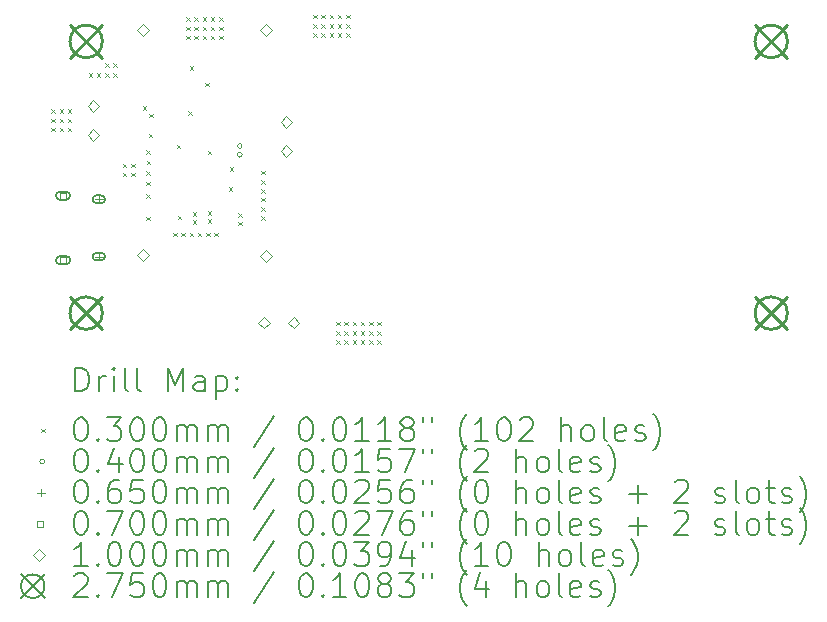
<source format=gbr>
%TF.GenerationSoftware,KiCad,Pcbnew,7.0.6*%
%TF.CreationDate,2023-09-18T21:36:22+08:00*%
%TF.ProjectId,UPS_Lite_Pi_Zero_Form,5550535f-4c69-4746-955f-50695f5a6572,rev?*%
%TF.SameCoordinates,Original*%
%TF.FileFunction,Drillmap*%
%TF.FilePolarity,Positive*%
%FSLAX45Y45*%
G04 Gerber Fmt 4.5, Leading zero omitted, Abs format (unit mm)*
G04 Created by KiCad (PCBNEW 7.0.6) date 2023-09-18 21:36:22*
%MOMM*%
%LPD*%
G01*
G04 APERTURE LIST*
%ADD10C,0.200000*%
%ADD11C,0.030000*%
%ADD12C,0.040000*%
%ADD13C,0.065000*%
%ADD14C,0.070000*%
%ADD15C,0.100000*%
%ADD16C,0.275000*%
G04 APERTURE END LIST*
D10*
D11*
X8400000Y-9435000D02*
X8430000Y-9465000D01*
X8430000Y-9435000D02*
X8400000Y-9465000D01*
X8400000Y-9515000D02*
X8430000Y-9545000D01*
X8430000Y-9515000D02*
X8400000Y-9545000D01*
X8400000Y-9590000D02*
X8430000Y-9620000D01*
X8430000Y-9590000D02*
X8400000Y-9620000D01*
X8470000Y-9435000D02*
X8500000Y-9465000D01*
X8500000Y-9435000D02*
X8470000Y-9465000D01*
X8470000Y-9515000D02*
X8500000Y-9545000D01*
X8500000Y-9515000D02*
X8470000Y-9545000D01*
X8470000Y-9590000D02*
X8500000Y-9620000D01*
X8500000Y-9590000D02*
X8470000Y-9620000D01*
X8540000Y-9435000D02*
X8570000Y-9465000D01*
X8570000Y-9435000D02*
X8540000Y-9465000D01*
X8540000Y-9515000D02*
X8570000Y-9545000D01*
X8570000Y-9515000D02*
X8540000Y-9545000D01*
X8540000Y-9590000D02*
X8570000Y-9620000D01*
X8570000Y-9590000D02*
X8540000Y-9620000D01*
X8715000Y-9130000D02*
X8745000Y-9160000D01*
X8745000Y-9130000D02*
X8715000Y-9160000D01*
X8785000Y-9130000D02*
X8815000Y-9160000D01*
X8815000Y-9130000D02*
X8785000Y-9160000D01*
X8855000Y-9045000D02*
X8885000Y-9075000D01*
X8885000Y-9045000D02*
X8855000Y-9075000D01*
X8855000Y-9130000D02*
X8885000Y-9160000D01*
X8885000Y-9130000D02*
X8855000Y-9160000D01*
X8925000Y-9045000D02*
X8955000Y-9075000D01*
X8955000Y-9045000D02*
X8925000Y-9075000D01*
X8925000Y-9130000D02*
X8955000Y-9160000D01*
X8955000Y-9130000D02*
X8925000Y-9160000D01*
X9005000Y-9895000D02*
X9035000Y-9925000D01*
X9035000Y-9895000D02*
X9005000Y-9925000D01*
X9005000Y-9970000D02*
X9035000Y-10000000D01*
X9035000Y-9970000D02*
X9005000Y-10000000D01*
X9075000Y-9895000D02*
X9105000Y-9925000D01*
X9105000Y-9895000D02*
X9075000Y-9925000D01*
X9075000Y-9970000D02*
X9105000Y-10000000D01*
X9105000Y-9970000D02*
X9075000Y-10000000D01*
X9174000Y-9410000D02*
X9204000Y-9440000D01*
X9204000Y-9410000D02*
X9174000Y-9440000D01*
X9204000Y-10153000D02*
X9234000Y-10183000D01*
X9234000Y-10153000D02*
X9204000Y-10183000D01*
X9205000Y-9782000D02*
X9235000Y-9812000D01*
X9235000Y-9782000D02*
X9205000Y-9812000D01*
X9205000Y-9959000D02*
X9235000Y-9989000D01*
X9235000Y-9959000D02*
X9205000Y-9989000D01*
X9205000Y-10048000D02*
X9235000Y-10078000D01*
X9235000Y-10048000D02*
X9205000Y-10078000D01*
X9205000Y-10345000D02*
X9235000Y-10375000D01*
X9235000Y-10345000D02*
X9205000Y-10375000D01*
X9206000Y-9870000D02*
X9236000Y-9900000D01*
X9236000Y-9870000D02*
X9206000Y-9900000D01*
X9223000Y-9642000D02*
X9253000Y-9672000D01*
X9253000Y-9642000D02*
X9223000Y-9672000D01*
X9229000Y-9471000D02*
X9259000Y-9501000D01*
X9259000Y-9471000D02*
X9229000Y-9501000D01*
X9430000Y-10480000D02*
X9460000Y-10510000D01*
X9460000Y-10480000D02*
X9430000Y-10510000D01*
X9462000Y-9734000D02*
X9492000Y-9764000D01*
X9492000Y-9734000D02*
X9462000Y-9764000D01*
X9467500Y-10337000D02*
X9497500Y-10367000D01*
X9497500Y-10337000D02*
X9467500Y-10367000D01*
X9500000Y-10480000D02*
X9530000Y-10510000D01*
X9530000Y-10480000D02*
X9500000Y-10510000D01*
X9540000Y-8655000D02*
X9570000Y-8685000D01*
X9570000Y-8655000D02*
X9540000Y-8685000D01*
X9540000Y-8735000D02*
X9570000Y-8765000D01*
X9570000Y-8735000D02*
X9540000Y-8765000D01*
X9540000Y-8810000D02*
X9570000Y-8840000D01*
X9570000Y-8810000D02*
X9540000Y-8840000D01*
X9558000Y-9449000D02*
X9588000Y-9479000D01*
X9588000Y-9449000D02*
X9558000Y-9479000D01*
X9570000Y-10480000D02*
X9600000Y-10510000D01*
X9600000Y-10480000D02*
X9570000Y-10510000D01*
X9571000Y-9070000D02*
X9601000Y-9100000D01*
X9601000Y-9070000D02*
X9571000Y-9100000D01*
X9595000Y-10305000D02*
X9625000Y-10335000D01*
X9625000Y-10305000D02*
X9595000Y-10335000D01*
X9595000Y-10375000D02*
X9625000Y-10405000D01*
X9625000Y-10375000D02*
X9595000Y-10405000D01*
X9610000Y-8655000D02*
X9640000Y-8685000D01*
X9640000Y-8655000D02*
X9610000Y-8685000D01*
X9610000Y-8735000D02*
X9640000Y-8765000D01*
X9640000Y-8735000D02*
X9610000Y-8765000D01*
X9610000Y-8810000D02*
X9640000Y-8840000D01*
X9640000Y-8810000D02*
X9610000Y-8840000D01*
X9640000Y-10480000D02*
X9670000Y-10510000D01*
X9670000Y-10480000D02*
X9640000Y-10510000D01*
X9680000Y-8655000D02*
X9710000Y-8685000D01*
X9710000Y-8655000D02*
X9680000Y-8685000D01*
X9680000Y-8735000D02*
X9710000Y-8765000D01*
X9710000Y-8735000D02*
X9680000Y-8765000D01*
X9680000Y-8810000D02*
X9710000Y-8840000D01*
X9710000Y-8810000D02*
X9680000Y-8840000D01*
X9700000Y-9210000D02*
X9730000Y-9240000D01*
X9730000Y-9210000D02*
X9700000Y-9240000D01*
X9710000Y-10480000D02*
X9740000Y-10510000D01*
X9740000Y-10480000D02*
X9710000Y-10510000D01*
X9721500Y-9787000D02*
X9751500Y-9817000D01*
X9751500Y-9787000D02*
X9721500Y-9817000D01*
X9725000Y-10300000D02*
X9755000Y-10330000D01*
X9755000Y-10300000D02*
X9725000Y-10330000D01*
X9725000Y-10365000D02*
X9755000Y-10395000D01*
X9755000Y-10365000D02*
X9725000Y-10395000D01*
X9750000Y-8655000D02*
X9780000Y-8685000D01*
X9780000Y-8655000D02*
X9750000Y-8685000D01*
X9750000Y-8735000D02*
X9780000Y-8765000D01*
X9780000Y-8735000D02*
X9750000Y-8765000D01*
X9750000Y-8810000D02*
X9780000Y-8840000D01*
X9780000Y-8810000D02*
X9750000Y-8840000D01*
X9780000Y-10480000D02*
X9810000Y-10510000D01*
X9810000Y-10480000D02*
X9780000Y-10510000D01*
X9820000Y-8655000D02*
X9850000Y-8685000D01*
X9850000Y-8655000D02*
X9820000Y-8685000D01*
X9820000Y-8735000D02*
X9850000Y-8765000D01*
X9850000Y-8735000D02*
X9820000Y-8765000D01*
X9820000Y-8810000D02*
X9850000Y-8840000D01*
X9850000Y-8810000D02*
X9820000Y-8840000D01*
X9900000Y-10095000D02*
X9930000Y-10125000D01*
X9930000Y-10095000D02*
X9900000Y-10125000D01*
X9910000Y-9925000D02*
X9940000Y-9955000D01*
X9940000Y-9925000D02*
X9910000Y-9955000D01*
X9980000Y-10315000D02*
X10010000Y-10345000D01*
X10010000Y-10315000D02*
X9980000Y-10345000D01*
X9980000Y-10385000D02*
X10010000Y-10415000D01*
X10010000Y-10385000D02*
X9980000Y-10415000D01*
X10175000Y-9955000D02*
X10205000Y-9985000D01*
X10205000Y-9955000D02*
X10175000Y-9985000D01*
X10175000Y-10035000D02*
X10205000Y-10065000D01*
X10205000Y-10035000D02*
X10175000Y-10065000D01*
X10175000Y-10110000D02*
X10205000Y-10140000D01*
X10205000Y-10110000D02*
X10175000Y-10140000D01*
X10175000Y-10185000D02*
X10205000Y-10215000D01*
X10205000Y-10185000D02*
X10175000Y-10215000D01*
X10175000Y-10265000D02*
X10205000Y-10295000D01*
X10205000Y-10265000D02*
X10175000Y-10295000D01*
X10175000Y-10340000D02*
X10205000Y-10370000D01*
X10205000Y-10340000D02*
X10175000Y-10370000D01*
X10615000Y-8635000D02*
X10645000Y-8665000D01*
X10645000Y-8635000D02*
X10615000Y-8665000D01*
X10615000Y-8715000D02*
X10645000Y-8745000D01*
X10645000Y-8715000D02*
X10615000Y-8745000D01*
X10615000Y-8790000D02*
X10645000Y-8820000D01*
X10645000Y-8790000D02*
X10615000Y-8820000D01*
X10685000Y-8635000D02*
X10715000Y-8665000D01*
X10715000Y-8635000D02*
X10685000Y-8665000D01*
X10685000Y-8715000D02*
X10715000Y-8745000D01*
X10715000Y-8715000D02*
X10685000Y-8745000D01*
X10685000Y-8790000D02*
X10715000Y-8820000D01*
X10715000Y-8790000D02*
X10685000Y-8820000D01*
X10755000Y-8635000D02*
X10785000Y-8665000D01*
X10785000Y-8635000D02*
X10755000Y-8665000D01*
X10755000Y-8715000D02*
X10785000Y-8745000D01*
X10785000Y-8715000D02*
X10755000Y-8745000D01*
X10755000Y-8790000D02*
X10785000Y-8820000D01*
X10785000Y-8790000D02*
X10755000Y-8820000D01*
X10810000Y-11235000D02*
X10840000Y-11265000D01*
X10840000Y-11235000D02*
X10810000Y-11265000D01*
X10810000Y-11315000D02*
X10840000Y-11345000D01*
X10840000Y-11315000D02*
X10810000Y-11345000D01*
X10810000Y-11390000D02*
X10840000Y-11420000D01*
X10840000Y-11390000D02*
X10810000Y-11420000D01*
X10825000Y-8635000D02*
X10855000Y-8665000D01*
X10855000Y-8635000D02*
X10825000Y-8665000D01*
X10825000Y-8715000D02*
X10855000Y-8745000D01*
X10855000Y-8715000D02*
X10825000Y-8745000D01*
X10825000Y-8790000D02*
X10855000Y-8820000D01*
X10855000Y-8790000D02*
X10825000Y-8820000D01*
X10880000Y-11235000D02*
X10910000Y-11265000D01*
X10910000Y-11235000D02*
X10880000Y-11265000D01*
X10880000Y-11315000D02*
X10910000Y-11345000D01*
X10910000Y-11315000D02*
X10880000Y-11345000D01*
X10880000Y-11390000D02*
X10910000Y-11420000D01*
X10910000Y-11390000D02*
X10880000Y-11420000D01*
X10895000Y-8635000D02*
X10925000Y-8665000D01*
X10925000Y-8635000D02*
X10895000Y-8665000D01*
X10895000Y-8715000D02*
X10925000Y-8745000D01*
X10925000Y-8715000D02*
X10895000Y-8745000D01*
X10895000Y-8790000D02*
X10925000Y-8820000D01*
X10925000Y-8790000D02*
X10895000Y-8820000D01*
X10950000Y-11235000D02*
X10980000Y-11265000D01*
X10980000Y-11235000D02*
X10950000Y-11265000D01*
X10950000Y-11315000D02*
X10980000Y-11345000D01*
X10980000Y-11315000D02*
X10950000Y-11345000D01*
X10950000Y-11390000D02*
X10980000Y-11420000D01*
X10980000Y-11390000D02*
X10950000Y-11420000D01*
X11020000Y-11235000D02*
X11050000Y-11265000D01*
X11050000Y-11235000D02*
X11020000Y-11265000D01*
X11020000Y-11315000D02*
X11050000Y-11345000D01*
X11050000Y-11315000D02*
X11020000Y-11345000D01*
X11020000Y-11390000D02*
X11050000Y-11420000D01*
X11050000Y-11390000D02*
X11020000Y-11420000D01*
X11090000Y-11235000D02*
X11120000Y-11265000D01*
X11120000Y-11235000D02*
X11090000Y-11265000D01*
X11090000Y-11315000D02*
X11120000Y-11345000D01*
X11120000Y-11315000D02*
X11090000Y-11345000D01*
X11090000Y-11390000D02*
X11120000Y-11420000D01*
X11120000Y-11390000D02*
X11090000Y-11420000D01*
X11160000Y-11235000D02*
X11190000Y-11265000D01*
X11190000Y-11235000D02*
X11160000Y-11265000D01*
X11160000Y-11315000D02*
X11190000Y-11345000D01*
X11190000Y-11315000D02*
X11160000Y-11345000D01*
X11160000Y-11390000D02*
X11190000Y-11420000D01*
X11190000Y-11390000D02*
X11160000Y-11420000D01*
D12*
X10015000Y-9745000D02*
G75*
G03*
X10015000Y-9745000I-20000J0D01*
G01*
X10015000Y-9820000D02*
G75*
G03*
X10015000Y-9820000I-20000J0D01*
G01*
D13*
X8801500Y-10164000D02*
X8801500Y-10229000D01*
X8769000Y-10196500D02*
X8834000Y-10196500D01*
D10*
X8821500Y-10164000D02*
X8781500Y-10164000D01*
X8781500Y-10164000D02*
G75*
G03*
X8781500Y-10229000I0J-32500D01*
G01*
X8781500Y-10229000D02*
X8821500Y-10229000D01*
X8821500Y-10229000D02*
G75*
G03*
X8821500Y-10164000I0J32500D01*
G01*
D13*
X8801500Y-10649000D02*
X8801500Y-10714000D01*
X8769000Y-10681500D02*
X8834000Y-10681500D01*
D10*
X8821500Y-10649000D02*
X8781500Y-10649000D01*
X8781500Y-10649000D02*
G75*
G03*
X8781500Y-10714000I0J-32500D01*
G01*
X8781500Y-10714000D02*
X8821500Y-10714000D01*
X8821500Y-10714000D02*
G75*
G03*
X8821500Y-10649000I0J32500D01*
G01*
D14*
X8523249Y-10191249D02*
X8523249Y-10141751D01*
X8473751Y-10141751D01*
X8473751Y-10191249D01*
X8523249Y-10191249D01*
D10*
X8523500Y-10131500D02*
X8473500Y-10131500D01*
X8473500Y-10131500D02*
G75*
G03*
X8473500Y-10201500I0J-35000D01*
G01*
X8473500Y-10201500D02*
X8523500Y-10201500D01*
X8523500Y-10201500D02*
G75*
G03*
X8523500Y-10131500I0J35000D01*
G01*
D14*
X8523249Y-10736249D02*
X8523249Y-10686751D01*
X8473751Y-10686751D01*
X8473751Y-10736249D01*
X8523249Y-10736249D01*
D10*
X8523500Y-10676500D02*
X8473500Y-10676500D01*
X8473500Y-10676500D02*
G75*
G03*
X8473500Y-10746500I0J-35000D01*
G01*
X8473500Y-10746500D02*
X8523500Y-10746500D01*
X8523500Y-10746500D02*
G75*
G03*
X8523500Y-10676500I0J35000D01*
G01*
D15*
X8756000Y-9454000D02*
X8806000Y-9404000D01*
X8756000Y-9354000D01*
X8706000Y-9404000D01*
X8756000Y-9454000D01*
X8756000Y-9704000D02*
X8806000Y-9654000D01*
X8756000Y-9604000D01*
X8706000Y-9654000D01*
X8756000Y-9704000D01*
X9178000Y-8816000D02*
X9228000Y-8766000D01*
X9178000Y-8716000D01*
X9128000Y-8766000D01*
X9178000Y-8816000D01*
X9178000Y-10716000D02*
X9228000Y-10666000D01*
X9178000Y-10616000D01*
X9128000Y-10666000D01*
X9178000Y-10716000D01*
X10200000Y-11290000D02*
X10250000Y-11240000D01*
X10200000Y-11190000D01*
X10150000Y-11240000D01*
X10200000Y-11290000D01*
X10218000Y-8816000D02*
X10268000Y-8766000D01*
X10218000Y-8716000D01*
X10168000Y-8766000D01*
X10218000Y-8816000D01*
X10218000Y-10726000D02*
X10268000Y-10676000D01*
X10218000Y-10626000D01*
X10168000Y-10676000D01*
X10218000Y-10726000D01*
X10390000Y-9590000D02*
X10440000Y-9540000D01*
X10390000Y-9490000D01*
X10340000Y-9540000D01*
X10390000Y-9590000D01*
X10390000Y-9840000D02*
X10440000Y-9790000D01*
X10390000Y-9740000D01*
X10340000Y-9790000D01*
X10390000Y-9840000D01*
X10450000Y-11290000D02*
X10500000Y-11240000D01*
X10450000Y-11190000D01*
X10400000Y-11240000D01*
X10450000Y-11290000D01*
D16*
X8556500Y-8722500D02*
X8831500Y-8997500D01*
X8831500Y-8722500D02*
X8556500Y-8997500D01*
X8831500Y-8860000D02*
G75*
G03*
X8831500Y-8860000I-137500J0D01*
G01*
X8556500Y-11022500D02*
X8831500Y-11297500D01*
X8831500Y-11022500D02*
X8556500Y-11297500D01*
X8831500Y-11160000D02*
G75*
G03*
X8831500Y-11160000I-137500J0D01*
G01*
X14356500Y-8722500D02*
X14631500Y-8997500D01*
X14631500Y-8722500D02*
X14356500Y-8997500D01*
X14631500Y-8860000D02*
G75*
G03*
X14631500Y-8860000I-137500J0D01*
G01*
X14356500Y-11022500D02*
X14631500Y-11297500D01*
X14631500Y-11022500D02*
X14356500Y-11297500D01*
X14631500Y-11160000D02*
G75*
G03*
X14631500Y-11160000I-137500J0D01*
G01*
D10*
X8602277Y-11823984D02*
X8602277Y-11623984D01*
X8602277Y-11623984D02*
X8649896Y-11623984D01*
X8649896Y-11623984D02*
X8678467Y-11633508D01*
X8678467Y-11633508D02*
X8697515Y-11652555D01*
X8697515Y-11652555D02*
X8707039Y-11671603D01*
X8707039Y-11671603D02*
X8716563Y-11709698D01*
X8716563Y-11709698D02*
X8716563Y-11738269D01*
X8716563Y-11738269D02*
X8707039Y-11776365D01*
X8707039Y-11776365D02*
X8697515Y-11795412D01*
X8697515Y-11795412D02*
X8678467Y-11814460D01*
X8678467Y-11814460D02*
X8649896Y-11823984D01*
X8649896Y-11823984D02*
X8602277Y-11823984D01*
X8802277Y-11823984D02*
X8802277Y-11690650D01*
X8802277Y-11728746D02*
X8811801Y-11709698D01*
X8811801Y-11709698D02*
X8821324Y-11700174D01*
X8821324Y-11700174D02*
X8840372Y-11690650D01*
X8840372Y-11690650D02*
X8859420Y-11690650D01*
X8926086Y-11823984D02*
X8926086Y-11690650D01*
X8926086Y-11623984D02*
X8916563Y-11633508D01*
X8916563Y-11633508D02*
X8926086Y-11643031D01*
X8926086Y-11643031D02*
X8935610Y-11633508D01*
X8935610Y-11633508D02*
X8926086Y-11623984D01*
X8926086Y-11623984D02*
X8926086Y-11643031D01*
X9049896Y-11823984D02*
X9030848Y-11814460D01*
X9030848Y-11814460D02*
X9021324Y-11795412D01*
X9021324Y-11795412D02*
X9021324Y-11623984D01*
X9154658Y-11823984D02*
X9135610Y-11814460D01*
X9135610Y-11814460D02*
X9126086Y-11795412D01*
X9126086Y-11795412D02*
X9126086Y-11623984D01*
X9383229Y-11823984D02*
X9383229Y-11623984D01*
X9383229Y-11623984D02*
X9449896Y-11766841D01*
X9449896Y-11766841D02*
X9516563Y-11623984D01*
X9516563Y-11623984D02*
X9516563Y-11823984D01*
X9697515Y-11823984D02*
X9697515Y-11719222D01*
X9697515Y-11719222D02*
X9687991Y-11700174D01*
X9687991Y-11700174D02*
X9668944Y-11690650D01*
X9668944Y-11690650D02*
X9630848Y-11690650D01*
X9630848Y-11690650D02*
X9611801Y-11700174D01*
X9697515Y-11814460D02*
X9678467Y-11823984D01*
X9678467Y-11823984D02*
X9630848Y-11823984D01*
X9630848Y-11823984D02*
X9611801Y-11814460D01*
X9611801Y-11814460D02*
X9602277Y-11795412D01*
X9602277Y-11795412D02*
X9602277Y-11776365D01*
X9602277Y-11776365D02*
X9611801Y-11757317D01*
X9611801Y-11757317D02*
X9630848Y-11747793D01*
X9630848Y-11747793D02*
X9678467Y-11747793D01*
X9678467Y-11747793D02*
X9697515Y-11738269D01*
X9792753Y-11690650D02*
X9792753Y-11890650D01*
X9792753Y-11700174D02*
X9811801Y-11690650D01*
X9811801Y-11690650D02*
X9849896Y-11690650D01*
X9849896Y-11690650D02*
X9868944Y-11700174D01*
X9868944Y-11700174D02*
X9878467Y-11709698D01*
X9878467Y-11709698D02*
X9887991Y-11728746D01*
X9887991Y-11728746D02*
X9887991Y-11785888D01*
X9887991Y-11785888D02*
X9878467Y-11804936D01*
X9878467Y-11804936D02*
X9868944Y-11814460D01*
X9868944Y-11814460D02*
X9849896Y-11823984D01*
X9849896Y-11823984D02*
X9811801Y-11823984D01*
X9811801Y-11823984D02*
X9792753Y-11814460D01*
X9973705Y-11804936D02*
X9983229Y-11814460D01*
X9983229Y-11814460D02*
X9973705Y-11823984D01*
X9973705Y-11823984D02*
X9964182Y-11814460D01*
X9964182Y-11814460D02*
X9973705Y-11804936D01*
X9973705Y-11804936D02*
X9973705Y-11823984D01*
X9973705Y-11700174D02*
X9983229Y-11709698D01*
X9983229Y-11709698D02*
X9973705Y-11719222D01*
X9973705Y-11719222D02*
X9964182Y-11709698D01*
X9964182Y-11709698D02*
X9973705Y-11700174D01*
X9973705Y-11700174D02*
X9973705Y-11719222D01*
D11*
X8311500Y-12137500D02*
X8341500Y-12167500D01*
X8341500Y-12137500D02*
X8311500Y-12167500D01*
D10*
X8640372Y-12043984D02*
X8659420Y-12043984D01*
X8659420Y-12043984D02*
X8678467Y-12053508D01*
X8678467Y-12053508D02*
X8687991Y-12063031D01*
X8687991Y-12063031D02*
X8697515Y-12082079D01*
X8697515Y-12082079D02*
X8707039Y-12120174D01*
X8707039Y-12120174D02*
X8707039Y-12167793D01*
X8707039Y-12167793D02*
X8697515Y-12205888D01*
X8697515Y-12205888D02*
X8687991Y-12224936D01*
X8687991Y-12224936D02*
X8678467Y-12234460D01*
X8678467Y-12234460D02*
X8659420Y-12243984D01*
X8659420Y-12243984D02*
X8640372Y-12243984D01*
X8640372Y-12243984D02*
X8621324Y-12234460D01*
X8621324Y-12234460D02*
X8611801Y-12224936D01*
X8611801Y-12224936D02*
X8602277Y-12205888D01*
X8602277Y-12205888D02*
X8592753Y-12167793D01*
X8592753Y-12167793D02*
X8592753Y-12120174D01*
X8592753Y-12120174D02*
X8602277Y-12082079D01*
X8602277Y-12082079D02*
X8611801Y-12063031D01*
X8611801Y-12063031D02*
X8621324Y-12053508D01*
X8621324Y-12053508D02*
X8640372Y-12043984D01*
X8792753Y-12224936D02*
X8802277Y-12234460D01*
X8802277Y-12234460D02*
X8792753Y-12243984D01*
X8792753Y-12243984D02*
X8783229Y-12234460D01*
X8783229Y-12234460D02*
X8792753Y-12224936D01*
X8792753Y-12224936D02*
X8792753Y-12243984D01*
X8868944Y-12043984D02*
X8992753Y-12043984D01*
X8992753Y-12043984D02*
X8926086Y-12120174D01*
X8926086Y-12120174D02*
X8954658Y-12120174D01*
X8954658Y-12120174D02*
X8973705Y-12129698D01*
X8973705Y-12129698D02*
X8983229Y-12139222D01*
X8983229Y-12139222D02*
X8992753Y-12158269D01*
X8992753Y-12158269D02*
X8992753Y-12205888D01*
X8992753Y-12205888D02*
X8983229Y-12224936D01*
X8983229Y-12224936D02*
X8973705Y-12234460D01*
X8973705Y-12234460D02*
X8954658Y-12243984D01*
X8954658Y-12243984D02*
X8897515Y-12243984D01*
X8897515Y-12243984D02*
X8878467Y-12234460D01*
X8878467Y-12234460D02*
X8868944Y-12224936D01*
X9116563Y-12043984D02*
X9135610Y-12043984D01*
X9135610Y-12043984D02*
X9154658Y-12053508D01*
X9154658Y-12053508D02*
X9164182Y-12063031D01*
X9164182Y-12063031D02*
X9173705Y-12082079D01*
X9173705Y-12082079D02*
X9183229Y-12120174D01*
X9183229Y-12120174D02*
X9183229Y-12167793D01*
X9183229Y-12167793D02*
X9173705Y-12205888D01*
X9173705Y-12205888D02*
X9164182Y-12224936D01*
X9164182Y-12224936D02*
X9154658Y-12234460D01*
X9154658Y-12234460D02*
X9135610Y-12243984D01*
X9135610Y-12243984D02*
X9116563Y-12243984D01*
X9116563Y-12243984D02*
X9097515Y-12234460D01*
X9097515Y-12234460D02*
X9087991Y-12224936D01*
X9087991Y-12224936D02*
X9078467Y-12205888D01*
X9078467Y-12205888D02*
X9068944Y-12167793D01*
X9068944Y-12167793D02*
X9068944Y-12120174D01*
X9068944Y-12120174D02*
X9078467Y-12082079D01*
X9078467Y-12082079D02*
X9087991Y-12063031D01*
X9087991Y-12063031D02*
X9097515Y-12053508D01*
X9097515Y-12053508D02*
X9116563Y-12043984D01*
X9307039Y-12043984D02*
X9326086Y-12043984D01*
X9326086Y-12043984D02*
X9345134Y-12053508D01*
X9345134Y-12053508D02*
X9354658Y-12063031D01*
X9354658Y-12063031D02*
X9364182Y-12082079D01*
X9364182Y-12082079D02*
X9373705Y-12120174D01*
X9373705Y-12120174D02*
X9373705Y-12167793D01*
X9373705Y-12167793D02*
X9364182Y-12205888D01*
X9364182Y-12205888D02*
X9354658Y-12224936D01*
X9354658Y-12224936D02*
X9345134Y-12234460D01*
X9345134Y-12234460D02*
X9326086Y-12243984D01*
X9326086Y-12243984D02*
X9307039Y-12243984D01*
X9307039Y-12243984D02*
X9287991Y-12234460D01*
X9287991Y-12234460D02*
X9278467Y-12224936D01*
X9278467Y-12224936D02*
X9268944Y-12205888D01*
X9268944Y-12205888D02*
X9259420Y-12167793D01*
X9259420Y-12167793D02*
X9259420Y-12120174D01*
X9259420Y-12120174D02*
X9268944Y-12082079D01*
X9268944Y-12082079D02*
X9278467Y-12063031D01*
X9278467Y-12063031D02*
X9287991Y-12053508D01*
X9287991Y-12053508D02*
X9307039Y-12043984D01*
X9459420Y-12243984D02*
X9459420Y-12110650D01*
X9459420Y-12129698D02*
X9468944Y-12120174D01*
X9468944Y-12120174D02*
X9487991Y-12110650D01*
X9487991Y-12110650D02*
X9516563Y-12110650D01*
X9516563Y-12110650D02*
X9535610Y-12120174D01*
X9535610Y-12120174D02*
X9545134Y-12139222D01*
X9545134Y-12139222D02*
X9545134Y-12243984D01*
X9545134Y-12139222D02*
X9554658Y-12120174D01*
X9554658Y-12120174D02*
X9573705Y-12110650D01*
X9573705Y-12110650D02*
X9602277Y-12110650D01*
X9602277Y-12110650D02*
X9621325Y-12120174D01*
X9621325Y-12120174D02*
X9630848Y-12139222D01*
X9630848Y-12139222D02*
X9630848Y-12243984D01*
X9726086Y-12243984D02*
X9726086Y-12110650D01*
X9726086Y-12129698D02*
X9735610Y-12120174D01*
X9735610Y-12120174D02*
X9754658Y-12110650D01*
X9754658Y-12110650D02*
X9783229Y-12110650D01*
X9783229Y-12110650D02*
X9802277Y-12120174D01*
X9802277Y-12120174D02*
X9811801Y-12139222D01*
X9811801Y-12139222D02*
X9811801Y-12243984D01*
X9811801Y-12139222D02*
X9821325Y-12120174D01*
X9821325Y-12120174D02*
X9840372Y-12110650D01*
X9840372Y-12110650D02*
X9868944Y-12110650D01*
X9868944Y-12110650D02*
X9887991Y-12120174D01*
X9887991Y-12120174D02*
X9897515Y-12139222D01*
X9897515Y-12139222D02*
X9897515Y-12243984D01*
X10287991Y-12034460D02*
X10116563Y-12291603D01*
X10545134Y-12043984D02*
X10564182Y-12043984D01*
X10564182Y-12043984D02*
X10583229Y-12053508D01*
X10583229Y-12053508D02*
X10592753Y-12063031D01*
X10592753Y-12063031D02*
X10602277Y-12082079D01*
X10602277Y-12082079D02*
X10611801Y-12120174D01*
X10611801Y-12120174D02*
X10611801Y-12167793D01*
X10611801Y-12167793D02*
X10602277Y-12205888D01*
X10602277Y-12205888D02*
X10592753Y-12224936D01*
X10592753Y-12224936D02*
X10583229Y-12234460D01*
X10583229Y-12234460D02*
X10564182Y-12243984D01*
X10564182Y-12243984D02*
X10545134Y-12243984D01*
X10545134Y-12243984D02*
X10526087Y-12234460D01*
X10526087Y-12234460D02*
X10516563Y-12224936D01*
X10516563Y-12224936D02*
X10507039Y-12205888D01*
X10507039Y-12205888D02*
X10497515Y-12167793D01*
X10497515Y-12167793D02*
X10497515Y-12120174D01*
X10497515Y-12120174D02*
X10507039Y-12082079D01*
X10507039Y-12082079D02*
X10516563Y-12063031D01*
X10516563Y-12063031D02*
X10526087Y-12053508D01*
X10526087Y-12053508D02*
X10545134Y-12043984D01*
X10697515Y-12224936D02*
X10707039Y-12234460D01*
X10707039Y-12234460D02*
X10697515Y-12243984D01*
X10697515Y-12243984D02*
X10687991Y-12234460D01*
X10687991Y-12234460D02*
X10697515Y-12224936D01*
X10697515Y-12224936D02*
X10697515Y-12243984D01*
X10830848Y-12043984D02*
X10849896Y-12043984D01*
X10849896Y-12043984D02*
X10868944Y-12053508D01*
X10868944Y-12053508D02*
X10878468Y-12063031D01*
X10878468Y-12063031D02*
X10887991Y-12082079D01*
X10887991Y-12082079D02*
X10897515Y-12120174D01*
X10897515Y-12120174D02*
X10897515Y-12167793D01*
X10897515Y-12167793D02*
X10887991Y-12205888D01*
X10887991Y-12205888D02*
X10878468Y-12224936D01*
X10878468Y-12224936D02*
X10868944Y-12234460D01*
X10868944Y-12234460D02*
X10849896Y-12243984D01*
X10849896Y-12243984D02*
X10830848Y-12243984D01*
X10830848Y-12243984D02*
X10811801Y-12234460D01*
X10811801Y-12234460D02*
X10802277Y-12224936D01*
X10802277Y-12224936D02*
X10792753Y-12205888D01*
X10792753Y-12205888D02*
X10783229Y-12167793D01*
X10783229Y-12167793D02*
X10783229Y-12120174D01*
X10783229Y-12120174D02*
X10792753Y-12082079D01*
X10792753Y-12082079D02*
X10802277Y-12063031D01*
X10802277Y-12063031D02*
X10811801Y-12053508D01*
X10811801Y-12053508D02*
X10830848Y-12043984D01*
X11087991Y-12243984D02*
X10973706Y-12243984D01*
X11030848Y-12243984D02*
X11030848Y-12043984D01*
X11030848Y-12043984D02*
X11011801Y-12072555D01*
X11011801Y-12072555D02*
X10992753Y-12091603D01*
X10992753Y-12091603D02*
X10973706Y-12101127D01*
X11278467Y-12243984D02*
X11164182Y-12243984D01*
X11221325Y-12243984D02*
X11221325Y-12043984D01*
X11221325Y-12043984D02*
X11202277Y-12072555D01*
X11202277Y-12072555D02*
X11183229Y-12091603D01*
X11183229Y-12091603D02*
X11164182Y-12101127D01*
X11392753Y-12129698D02*
X11373706Y-12120174D01*
X11373706Y-12120174D02*
X11364182Y-12110650D01*
X11364182Y-12110650D02*
X11354658Y-12091603D01*
X11354658Y-12091603D02*
X11354658Y-12082079D01*
X11354658Y-12082079D02*
X11364182Y-12063031D01*
X11364182Y-12063031D02*
X11373706Y-12053508D01*
X11373706Y-12053508D02*
X11392753Y-12043984D01*
X11392753Y-12043984D02*
X11430848Y-12043984D01*
X11430848Y-12043984D02*
X11449896Y-12053508D01*
X11449896Y-12053508D02*
X11459420Y-12063031D01*
X11459420Y-12063031D02*
X11468944Y-12082079D01*
X11468944Y-12082079D02*
X11468944Y-12091603D01*
X11468944Y-12091603D02*
X11459420Y-12110650D01*
X11459420Y-12110650D02*
X11449896Y-12120174D01*
X11449896Y-12120174D02*
X11430848Y-12129698D01*
X11430848Y-12129698D02*
X11392753Y-12129698D01*
X11392753Y-12129698D02*
X11373706Y-12139222D01*
X11373706Y-12139222D02*
X11364182Y-12148746D01*
X11364182Y-12148746D02*
X11354658Y-12167793D01*
X11354658Y-12167793D02*
X11354658Y-12205888D01*
X11354658Y-12205888D02*
X11364182Y-12224936D01*
X11364182Y-12224936D02*
X11373706Y-12234460D01*
X11373706Y-12234460D02*
X11392753Y-12243984D01*
X11392753Y-12243984D02*
X11430848Y-12243984D01*
X11430848Y-12243984D02*
X11449896Y-12234460D01*
X11449896Y-12234460D02*
X11459420Y-12224936D01*
X11459420Y-12224936D02*
X11468944Y-12205888D01*
X11468944Y-12205888D02*
X11468944Y-12167793D01*
X11468944Y-12167793D02*
X11459420Y-12148746D01*
X11459420Y-12148746D02*
X11449896Y-12139222D01*
X11449896Y-12139222D02*
X11430848Y-12129698D01*
X11545134Y-12043984D02*
X11545134Y-12082079D01*
X11621325Y-12043984D02*
X11621325Y-12082079D01*
X11916563Y-12320174D02*
X11907039Y-12310650D01*
X11907039Y-12310650D02*
X11887991Y-12282079D01*
X11887991Y-12282079D02*
X11878468Y-12263031D01*
X11878468Y-12263031D02*
X11868944Y-12234460D01*
X11868944Y-12234460D02*
X11859420Y-12186841D01*
X11859420Y-12186841D02*
X11859420Y-12148746D01*
X11859420Y-12148746D02*
X11868944Y-12101127D01*
X11868944Y-12101127D02*
X11878468Y-12072555D01*
X11878468Y-12072555D02*
X11887991Y-12053508D01*
X11887991Y-12053508D02*
X11907039Y-12024936D01*
X11907039Y-12024936D02*
X11916563Y-12015412D01*
X12097515Y-12243984D02*
X11983229Y-12243984D01*
X12040372Y-12243984D02*
X12040372Y-12043984D01*
X12040372Y-12043984D02*
X12021325Y-12072555D01*
X12021325Y-12072555D02*
X12002277Y-12091603D01*
X12002277Y-12091603D02*
X11983229Y-12101127D01*
X12221325Y-12043984D02*
X12240372Y-12043984D01*
X12240372Y-12043984D02*
X12259420Y-12053508D01*
X12259420Y-12053508D02*
X12268944Y-12063031D01*
X12268944Y-12063031D02*
X12278468Y-12082079D01*
X12278468Y-12082079D02*
X12287991Y-12120174D01*
X12287991Y-12120174D02*
X12287991Y-12167793D01*
X12287991Y-12167793D02*
X12278468Y-12205888D01*
X12278468Y-12205888D02*
X12268944Y-12224936D01*
X12268944Y-12224936D02*
X12259420Y-12234460D01*
X12259420Y-12234460D02*
X12240372Y-12243984D01*
X12240372Y-12243984D02*
X12221325Y-12243984D01*
X12221325Y-12243984D02*
X12202277Y-12234460D01*
X12202277Y-12234460D02*
X12192753Y-12224936D01*
X12192753Y-12224936D02*
X12183229Y-12205888D01*
X12183229Y-12205888D02*
X12173706Y-12167793D01*
X12173706Y-12167793D02*
X12173706Y-12120174D01*
X12173706Y-12120174D02*
X12183229Y-12082079D01*
X12183229Y-12082079D02*
X12192753Y-12063031D01*
X12192753Y-12063031D02*
X12202277Y-12053508D01*
X12202277Y-12053508D02*
X12221325Y-12043984D01*
X12364182Y-12063031D02*
X12373706Y-12053508D01*
X12373706Y-12053508D02*
X12392753Y-12043984D01*
X12392753Y-12043984D02*
X12440372Y-12043984D01*
X12440372Y-12043984D02*
X12459420Y-12053508D01*
X12459420Y-12053508D02*
X12468944Y-12063031D01*
X12468944Y-12063031D02*
X12478468Y-12082079D01*
X12478468Y-12082079D02*
X12478468Y-12101127D01*
X12478468Y-12101127D02*
X12468944Y-12129698D01*
X12468944Y-12129698D02*
X12354658Y-12243984D01*
X12354658Y-12243984D02*
X12478468Y-12243984D01*
X12716563Y-12243984D02*
X12716563Y-12043984D01*
X12802277Y-12243984D02*
X12802277Y-12139222D01*
X12802277Y-12139222D02*
X12792753Y-12120174D01*
X12792753Y-12120174D02*
X12773706Y-12110650D01*
X12773706Y-12110650D02*
X12745134Y-12110650D01*
X12745134Y-12110650D02*
X12726087Y-12120174D01*
X12726087Y-12120174D02*
X12716563Y-12129698D01*
X12926087Y-12243984D02*
X12907039Y-12234460D01*
X12907039Y-12234460D02*
X12897515Y-12224936D01*
X12897515Y-12224936D02*
X12887991Y-12205888D01*
X12887991Y-12205888D02*
X12887991Y-12148746D01*
X12887991Y-12148746D02*
X12897515Y-12129698D01*
X12897515Y-12129698D02*
X12907039Y-12120174D01*
X12907039Y-12120174D02*
X12926087Y-12110650D01*
X12926087Y-12110650D02*
X12954658Y-12110650D01*
X12954658Y-12110650D02*
X12973706Y-12120174D01*
X12973706Y-12120174D02*
X12983230Y-12129698D01*
X12983230Y-12129698D02*
X12992753Y-12148746D01*
X12992753Y-12148746D02*
X12992753Y-12205888D01*
X12992753Y-12205888D02*
X12983230Y-12224936D01*
X12983230Y-12224936D02*
X12973706Y-12234460D01*
X12973706Y-12234460D02*
X12954658Y-12243984D01*
X12954658Y-12243984D02*
X12926087Y-12243984D01*
X13107039Y-12243984D02*
X13087991Y-12234460D01*
X13087991Y-12234460D02*
X13078468Y-12215412D01*
X13078468Y-12215412D02*
X13078468Y-12043984D01*
X13259420Y-12234460D02*
X13240372Y-12243984D01*
X13240372Y-12243984D02*
X13202277Y-12243984D01*
X13202277Y-12243984D02*
X13183230Y-12234460D01*
X13183230Y-12234460D02*
X13173706Y-12215412D01*
X13173706Y-12215412D02*
X13173706Y-12139222D01*
X13173706Y-12139222D02*
X13183230Y-12120174D01*
X13183230Y-12120174D02*
X13202277Y-12110650D01*
X13202277Y-12110650D02*
X13240372Y-12110650D01*
X13240372Y-12110650D02*
X13259420Y-12120174D01*
X13259420Y-12120174D02*
X13268944Y-12139222D01*
X13268944Y-12139222D02*
X13268944Y-12158269D01*
X13268944Y-12158269D02*
X13173706Y-12177317D01*
X13345134Y-12234460D02*
X13364182Y-12243984D01*
X13364182Y-12243984D02*
X13402277Y-12243984D01*
X13402277Y-12243984D02*
X13421325Y-12234460D01*
X13421325Y-12234460D02*
X13430849Y-12215412D01*
X13430849Y-12215412D02*
X13430849Y-12205888D01*
X13430849Y-12205888D02*
X13421325Y-12186841D01*
X13421325Y-12186841D02*
X13402277Y-12177317D01*
X13402277Y-12177317D02*
X13373706Y-12177317D01*
X13373706Y-12177317D02*
X13354658Y-12167793D01*
X13354658Y-12167793D02*
X13345134Y-12148746D01*
X13345134Y-12148746D02*
X13345134Y-12139222D01*
X13345134Y-12139222D02*
X13354658Y-12120174D01*
X13354658Y-12120174D02*
X13373706Y-12110650D01*
X13373706Y-12110650D02*
X13402277Y-12110650D01*
X13402277Y-12110650D02*
X13421325Y-12120174D01*
X13497515Y-12320174D02*
X13507039Y-12310650D01*
X13507039Y-12310650D02*
X13526087Y-12282079D01*
X13526087Y-12282079D02*
X13535611Y-12263031D01*
X13535611Y-12263031D02*
X13545134Y-12234460D01*
X13545134Y-12234460D02*
X13554658Y-12186841D01*
X13554658Y-12186841D02*
X13554658Y-12148746D01*
X13554658Y-12148746D02*
X13545134Y-12101127D01*
X13545134Y-12101127D02*
X13535611Y-12072555D01*
X13535611Y-12072555D02*
X13526087Y-12053508D01*
X13526087Y-12053508D02*
X13507039Y-12024936D01*
X13507039Y-12024936D02*
X13497515Y-12015412D01*
D12*
X8341500Y-12416500D02*
G75*
G03*
X8341500Y-12416500I-20000J0D01*
G01*
D10*
X8640372Y-12307984D02*
X8659420Y-12307984D01*
X8659420Y-12307984D02*
X8678467Y-12317508D01*
X8678467Y-12317508D02*
X8687991Y-12327031D01*
X8687991Y-12327031D02*
X8697515Y-12346079D01*
X8697515Y-12346079D02*
X8707039Y-12384174D01*
X8707039Y-12384174D02*
X8707039Y-12431793D01*
X8707039Y-12431793D02*
X8697515Y-12469888D01*
X8697515Y-12469888D02*
X8687991Y-12488936D01*
X8687991Y-12488936D02*
X8678467Y-12498460D01*
X8678467Y-12498460D02*
X8659420Y-12507984D01*
X8659420Y-12507984D02*
X8640372Y-12507984D01*
X8640372Y-12507984D02*
X8621324Y-12498460D01*
X8621324Y-12498460D02*
X8611801Y-12488936D01*
X8611801Y-12488936D02*
X8602277Y-12469888D01*
X8602277Y-12469888D02*
X8592753Y-12431793D01*
X8592753Y-12431793D02*
X8592753Y-12384174D01*
X8592753Y-12384174D02*
X8602277Y-12346079D01*
X8602277Y-12346079D02*
X8611801Y-12327031D01*
X8611801Y-12327031D02*
X8621324Y-12317508D01*
X8621324Y-12317508D02*
X8640372Y-12307984D01*
X8792753Y-12488936D02*
X8802277Y-12498460D01*
X8802277Y-12498460D02*
X8792753Y-12507984D01*
X8792753Y-12507984D02*
X8783229Y-12498460D01*
X8783229Y-12498460D02*
X8792753Y-12488936D01*
X8792753Y-12488936D02*
X8792753Y-12507984D01*
X8973705Y-12374650D02*
X8973705Y-12507984D01*
X8926086Y-12298460D02*
X8878467Y-12441317D01*
X8878467Y-12441317D02*
X9002277Y-12441317D01*
X9116563Y-12307984D02*
X9135610Y-12307984D01*
X9135610Y-12307984D02*
X9154658Y-12317508D01*
X9154658Y-12317508D02*
X9164182Y-12327031D01*
X9164182Y-12327031D02*
X9173705Y-12346079D01*
X9173705Y-12346079D02*
X9183229Y-12384174D01*
X9183229Y-12384174D02*
X9183229Y-12431793D01*
X9183229Y-12431793D02*
X9173705Y-12469888D01*
X9173705Y-12469888D02*
X9164182Y-12488936D01*
X9164182Y-12488936D02*
X9154658Y-12498460D01*
X9154658Y-12498460D02*
X9135610Y-12507984D01*
X9135610Y-12507984D02*
X9116563Y-12507984D01*
X9116563Y-12507984D02*
X9097515Y-12498460D01*
X9097515Y-12498460D02*
X9087991Y-12488936D01*
X9087991Y-12488936D02*
X9078467Y-12469888D01*
X9078467Y-12469888D02*
X9068944Y-12431793D01*
X9068944Y-12431793D02*
X9068944Y-12384174D01*
X9068944Y-12384174D02*
X9078467Y-12346079D01*
X9078467Y-12346079D02*
X9087991Y-12327031D01*
X9087991Y-12327031D02*
X9097515Y-12317508D01*
X9097515Y-12317508D02*
X9116563Y-12307984D01*
X9307039Y-12307984D02*
X9326086Y-12307984D01*
X9326086Y-12307984D02*
X9345134Y-12317508D01*
X9345134Y-12317508D02*
X9354658Y-12327031D01*
X9354658Y-12327031D02*
X9364182Y-12346079D01*
X9364182Y-12346079D02*
X9373705Y-12384174D01*
X9373705Y-12384174D02*
X9373705Y-12431793D01*
X9373705Y-12431793D02*
X9364182Y-12469888D01*
X9364182Y-12469888D02*
X9354658Y-12488936D01*
X9354658Y-12488936D02*
X9345134Y-12498460D01*
X9345134Y-12498460D02*
X9326086Y-12507984D01*
X9326086Y-12507984D02*
X9307039Y-12507984D01*
X9307039Y-12507984D02*
X9287991Y-12498460D01*
X9287991Y-12498460D02*
X9278467Y-12488936D01*
X9278467Y-12488936D02*
X9268944Y-12469888D01*
X9268944Y-12469888D02*
X9259420Y-12431793D01*
X9259420Y-12431793D02*
X9259420Y-12384174D01*
X9259420Y-12384174D02*
X9268944Y-12346079D01*
X9268944Y-12346079D02*
X9278467Y-12327031D01*
X9278467Y-12327031D02*
X9287991Y-12317508D01*
X9287991Y-12317508D02*
X9307039Y-12307984D01*
X9459420Y-12507984D02*
X9459420Y-12374650D01*
X9459420Y-12393698D02*
X9468944Y-12384174D01*
X9468944Y-12384174D02*
X9487991Y-12374650D01*
X9487991Y-12374650D02*
X9516563Y-12374650D01*
X9516563Y-12374650D02*
X9535610Y-12384174D01*
X9535610Y-12384174D02*
X9545134Y-12403222D01*
X9545134Y-12403222D02*
X9545134Y-12507984D01*
X9545134Y-12403222D02*
X9554658Y-12384174D01*
X9554658Y-12384174D02*
X9573705Y-12374650D01*
X9573705Y-12374650D02*
X9602277Y-12374650D01*
X9602277Y-12374650D02*
X9621325Y-12384174D01*
X9621325Y-12384174D02*
X9630848Y-12403222D01*
X9630848Y-12403222D02*
X9630848Y-12507984D01*
X9726086Y-12507984D02*
X9726086Y-12374650D01*
X9726086Y-12393698D02*
X9735610Y-12384174D01*
X9735610Y-12384174D02*
X9754658Y-12374650D01*
X9754658Y-12374650D02*
X9783229Y-12374650D01*
X9783229Y-12374650D02*
X9802277Y-12384174D01*
X9802277Y-12384174D02*
X9811801Y-12403222D01*
X9811801Y-12403222D02*
X9811801Y-12507984D01*
X9811801Y-12403222D02*
X9821325Y-12384174D01*
X9821325Y-12384174D02*
X9840372Y-12374650D01*
X9840372Y-12374650D02*
X9868944Y-12374650D01*
X9868944Y-12374650D02*
X9887991Y-12384174D01*
X9887991Y-12384174D02*
X9897515Y-12403222D01*
X9897515Y-12403222D02*
X9897515Y-12507984D01*
X10287991Y-12298460D02*
X10116563Y-12555603D01*
X10545134Y-12307984D02*
X10564182Y-12307984D01*
X10564182Y-12307984D02*
X10583229Y-12317508D01*
X10583229Y-12317508D02*
X10592753Y-12327031D01*
X10592753Y-12327031D02*
X10602277Y-12346079D01*
X10602277Y-12346079D02*
X10611801Y-12384174D01*
X10611801Y-12384174D02*
X10611801Y-12431793D01*
X10611801Y-12431793D02*
X10602277Y-12469888D01*
X10602277Y-12469888D02*
X10592753Y-12488936D01*
X10592753Y-12488936D02*
X10583229Y-12498460D01*
X10583229Y-12498460D02*
X10564182Y-12507984D01*
X10564182Y-12507984D02*
X10545134Y-12507984D01*
X10545134Y-12507984D02*
X10526087Y-12498460D01*
X10526087Y-12498460D02*
X10516563Y-12488936D01*
X10516563Y-12488936D02*
X10507039Y-12469888D01*
X10507039Y-12469888D02*
X10497515Y-12431793D01*
X10497515Y-12431793D02*
X10497515Y-12384174D01*
X10497515Y-12384174D02*
X10507039Y-12346079D01*
X10507039Y-12346079D02*
X10516563Y-12327031D01*
X10516563Y-12327031D02*
X10526087Y-12317508D01*
X10526087Y-12317508D02*
X10545134Y-12307984D01*
X10697515Y-12488936D02*
X10707039Y-12498460D01*
X10707039Y-12498460D02*
X10697515Y-12507984D01*
X10697515Y-12507984D02*
X10687991Y-12498460D01*
X10687991Y-12498460D02*
X10697515Y-12488936D01*
X10697515Y-12488936D02*
X10697515Y-12507984D01*
X10830848Y-12307984D02*
X10849896Y-12307984D01*
X10849896Y-12307984D02*
X10868944Y-12317508D01*
X10868944Y-12317508D02*
X10878468Y-12327031D01*
X10878468Y-12327031D02*
X10887991Y-12346079D01*
X10887991Y-12346079D02*
X10897515Y-12384174D01*
X10897515Y-12384174D02*
X10897515Y-12431793D01*
X10897515Y-12431793D02*
X10887991Y-12469888D01*
X10887991Y-12469888D02*
X10878468Y-12488936D01*
X10878468Y-12488936D02*
X10868944Y-12498460D01*
X10868944Y-12498460D02*
X10849896Y-12507984D01*
X10849896Y-12507984D02*
X10830848Y-12507984D01*
X10830848Y-12507984D02*
X10811801Y-12498460D01*
X10811801Y-12498460D02*
X10802277Y-12488936D01*
X10802277Y-12488936D02*
X10792753Y-12469888D01*
X10792753Y-12469888D02*
X10783229Y-12431793D01*
X10783229Y-12431793D02*
X10783229Y-12384174D01*
X10783229Y-12384174D02*
X10792753Y-12346079D01*
X10792753Y-12346079D02*
X10802277Y-12327031D01*
X10802277Y-12327031D02*
X10811801Y-12317508D01*
X10811801Y-12317508D02*
X10830848Y-12307984D01*
X11087991Y-12507984D02*
X10973706Y-12507984D01*
X11030848Y-12507984D02*
X11030848Y-12307984D01*
X11030848Y-12307984D02*
X11011801Y-12336555D01*
X11011801Y-12336555D02*
X10992753Y-12355603D01*
X10992753Y-12355603D02*
X10973706Y-12365127D01*
X11268944Y-12307984D02*
X11173706Y-12307984D01*
X11173706Y-12307984D02*
X11164182Y-12403222D01*
X11164182Y-12403222D02*
X11173706Y-12393698D01*
X11173706Y-12393698D02*
X11192753Y-12384174D01*
X11192753Y-12384174D02*
X11240372Y-12384174D01*
X11240372Y-12384174D02*
X11259420Y-12393698D01*
X11259420Y-12393698D02*
X11268944Y-12403222D01*
X11268944Y-12403222D02*
X11278467Y-12422269D01*
X11278467Y-12422269D02*
X11278467Y-12469888D01*
X11278467Y-12469888D02*
X11268944Y-12488936D01*
X11268944Y-12488936D02*
X11259420Y-12498460D01*
X11259420Y-12498460D02*
X11240372Y-12507984D01*
X11240372Y-12507984D02*
X11192753Y-12507984D01*
X11192753Y-12507984D02*
X11173706Y-12498460D01*
X11173706Y-12498460D02*
X11164182Y-12488936D01*
X11345134Y-12307984D02*
X11478467Y-12307984D01*
X11478467Y-12307984D02*
X11392753Y-12507984D01*
X11545134Y-12307984D02*
X11545134Y-12346079D01*
X11621325Y-12307984D02*
X11621325Y-12346079D01*
X11916563Y-12584174D02*
X11907039Y-12574650D01*
X11907039Y-12574650D02*
X11887991Y-12546079D01*
X11887991Y-12546079D02*
X11878468Y-12527031D01*
X11878468Y-12527031D02*
X11868944Y-12498460D01*
X11868944Y-12498460D02*
X11859420Y-12450841D01*
X11859420Y-12450841D02*
X11859420Y-12412746D01*
X11859420Y-12412746D02*
X11868944Y-12365127D01*
X11868944Y-12365127D02*
X11878468Y-12336555D01*
X11878468Y-12336555D02*
X11887991Y-12317508D01*
X11887991Y-12317508D02*
X11907039Y-12288936D01*
X11907039Y-12288936D02*
X11916563Y-12279412D01*
X11983229Y-12327031D02*
X11992753Y-12317508D01*
X11992753Y-12317508D02*
X12011801Y-12307984D01*
X12011801Y-12307984D02*
X12059420Y-12307984D01*
X12059420Y-12307984D02*
X12078468Y-12317508D01*
X12078468Y-12317508D02*
X12087991Y-12327031D01*
X12087991Y-12327031D02*
X12097515Y-12346079D01*
X12097515Y-12346079D02*
X12097515Y-12365127D01*
X12097515Y-12365127D02*
X12087991Y-12393698D01*
X12087991Y-12393698D02*
X11973706Y-12507984D01*
X11973706Y-12507984D02*
X12097515Y-12507984D01*
X12335610Y-12507984D02*
X12335610Y-12307984D01*
X12421325Y-12507984D02*
X12421325Y-12403222D01*
X12421325Y-12403222D02*
X12411801Y-12384174D01*
X12411801Y-12384174D02*
X12392753Y-12374650D01*
X12392753Y-12374650D02*
X12364182Y-12374650D01*
X12364182Y-12374650D02*
X12345134Y-12384174D01*
X12345134Y-12384174D02*
X12335610Y-12393698D01*
X12545134Y-12507984D02*
X12526087Y-12498460D01*
X12526087Y-12498460D02*
X12516563Y-12488936D01*
X12516563Y-12488936D02*
X12507039Y-12469888D01*
X12507039Y-12469888D02*
X12507039Y-12412746D01*
X12507039Y-12412746D02*
X12516563Y-12393698D01*
X12516563Y-12393698D02*
X12526087Y-12384174D01*
X12526087Y-12384174D02*
X12545134Y-12374650D01*
X12545134Y-12374650D02*
X12573706Y-12374650D01*
X12573706Y-12374650D02*
X12592753Y-12384174D01*
X12592753Y-12384174D02*
X12602277Y-12393698D01*
X12602277Y-12393698D02*
X12611801Y-12412746D01*
X12611801Y-12412746D02*
X12611801Y-12469888D01*
X12611801Y-12469888D02*
X12602277Y-12488936D01*
X12602277Y-12488936D02*
X12592753Y-12498460D01*
X12592753Y-12498460D02*
X12573706Y-12507984D01*
X12573706Y-12507984D02*
X12545134Y-12507984D01*
X12726087Y-12507984D02*
X12707039Y-12498460D01*
X12707039Y-12498460D02*
X12697515Y-12479412D01*
X12697515Y-12479412D02*
X12697515Y-12307984D01*
X12878468Y-12498460D02*
X12859420Y-12507984D01*
X12859420Y-12507984D02*
X12821325Y-12507984D01*
X12821325Y-12507984D02*
X12802277Y-12498460D01*
X12802277Y-12498460D02*
X12792753Y-12479412D01*
X12792753Y-12479412D02*
X12792753Y-12403222D01*
X12792753Y-12403222D02*
X12802277Y-12384174D01*
X12802277Y-12384174D02*
X12821325Y-12374650D01*
X12821325Y-12374650D02*
X12859420Y-12374650D01*
X12859420Y-12374650D02*
X12878468Y-12384174D01*
X12878468Y-12384174D02*
X12887991Y-12403222D01*
X12887991Y-12403222D02*
X12887991Y-12422269D01*
X12887991Y-12422269D02*
X12792753Y-12441317D01*
X12964182Y-12498460D02*
X12983230Y-12507984D01*
X12983230Y-12507984D02*
X13021325Y-12507984D01*
X13021325Y-12507984D02*
X13040372Y-12498460D01*
X13040372Y-12498460D02*
X13049896Y-12479412D01*
X13049896Y-12479412D02*
X13049896Y-12469888D01*
X13049896Y-12469888D02*
X13040372Y-12450841D01*
X13040372Y-12450841D02*
X13021325Y-12441317D01*
X13021325Y-12441317D02*
X12992753Y-12441317D01*
X12992753Y-12441317D02*
X12973706Y-12431793D01*
X12973706Y-12431793D02*
X12964182Y-12412746D01*
X12964182Y-12412746D02*
X12964182Y-12403222D01*
X12964182Y-12403222D02*
X12973706Y-12384174D01*
X12973706Y-12384174D02*
X12992753Y-12374650D01*
X12992753Y-12374650D02*
X13021325Y-12374650D01*
X13021325Y-12374650D02*
X13040372Y-12384174D01*
X13116563Y-12584174D02*
X13126087Y-12574650D01*
X13126087Y-12574650D02*
X13145134Y-12546079D01*
X13145134Y-12546079D02*
X13154658Y-12527031D01*
X13154658Y-12527031D02*
X13164182Y-12498460D01*
X13164182Y-12498460D02*
X13173706Y-12450841D01*
X13173706Y-12450841D02*
X13173706Y-12412746D01*
X13173706Y-12412746D02*
X13164182Y-12365127D01*
X13164182Y-12365127D02*
X13154658Y-12336555D01*
X13154658Y-12336555D02*
X13145134Y-12317508D01*
X13145134Y-12317508D02*
X13126087Y-12288936D01*
X13126087Y-12288936D02*
X13116563Y-12279412D01*
D13*
X8309000Y-12648000D02*
X8309000Y-12713000D01*
X8276500Y-12680500D02*
X8341500Y-12680500D01*
D10*
X8640372Y-12571984D02*
X8659420Y-12571984D01*
X8659420Y-12571984D02*
X8678467Y-12581508D01*
X8678467Y-12581508D02*
X8687991Y-12591031D01*
X8687991Y-12591031D02*
X8697515Y-12610079D01*
X8697515Y-12610079D02*
X8707039Y-12648174D01*
X8707039Y-12648174D02*
X8707039Y-12695793D01*
X8707039Y-12695793D02*
X8697515Y-12733888D01*
X8697515Y-12733888D02*
X8687991Y-12752936D01*
X8687991Y-12752936D02*
X8678467Y-12762460D01*
X8678467Y-12762460D02*
X8659420Y-12771984D01*
X8659420Y-12771984D02*
X8640372Y-12771984D01*
X8640372Y-12771984D02*
X8621324Y-12762460D01*
X8621324Y-12762460D02*
X8611801Y-12752936D01*
X8611801Y-12752936D02*
X8602277Y-12733888D01*
X8602277Y-12733888D02*
X8592753Y-12695793D01*
X8592753Y-12695793D02*
X8592753Y-12648174D01*
X8592753Y-12648174D02*
X8602277Y-12610079D01*
X8602277Y-12610079D02*
X8611801Y-12591031D01*
X8611801Y-12591031D02*
X8621324Y-12581508D01*
X8621324Y-12581508D02*
X8640372Y-12571984D01*
X8792753Y-12752936D02*
X8802277Y-12762460D01*
X8802277Y-12762460D02*
X8792753Y-12771984D01*
X8792753Y-12771984D02*
X8783229Y-12762460D01*
X8783229Y-12762460D02*
X8792753Y-12752936D01*
X8792753Y-12752936D02*
X8792753Y-12771984D01*
X8973705Y-12571984D02*
X8935610Y-12571984D01*
X8935610Y-12571984D02*
X8916563Y-12581508D01*
X8916563Y-12581508D02*
X8907039Y-12591031D01*
X8907039Y-12591031D02*
X8887991Y-12619603D01*
X8887991Y-12619603D02*
X8878467Y-12657698D01*
X8878467Y-12657698D02*
X8878467Y-12733888D01*
X8878467Y-12733888D02*
X8887991Y-12752936D01*
X8887991Y-12752936D02*
X8897515Y-12762460D01*
X8897515Y-12762460D02*
X8916563Y-12771984D01*
X8916563Y-12771984D02*
X8954658Y-12771984D01*
X8954658Y-12771984D02*
X8973705Y-12762460D01*
X8973705Y-12762460D02*
X8983229Y-12752936D01*
X8983229Y-12752936D02*
X8992753Y-12733888D01*
X8992753Y-12733888D02*
X8992753Y-12686269D01*
X8992753Y-12686269D02*
X8983229Y-12667222D01*
X8983229Y-12667222D02*
X8973705Y-12657698D01*
X8973705Y-12657698D02*
X8954658Y-12648174D01*
X8954658Y-12648174D02*
X8916563Y-12648174D01*
X8916563Y-12648174D02*
X8897515Y-12657698D01*
X8897515Y-12657698D02*
X8887991Y-12667222D01*
X8887991Y-12667222D02*
X8878467Y-12686269D01*
X9173705Y-12571984D02*
X9078467Y-12571984D01*
X9078467Y-12571984D02*
X9068944Y-12667222D01*
X9068944Y-12667222D02*
X9078467Y-12657698D01*
X9078467Y-12657698D02*
X9097515Y-12648174D01*
X9097515Y-12648174D02*
X9145134Y-12648174D01*
X9145134Y-12648174D02*
X9164182Y-12657698D01*
X9164182Y-12657698D02*
X9173705Y-12667222D01*
X9173705Y-12667222D02*
X9183229Y-12686269D01*
X9183229Y-12686269D02*
X9183229Y-12733888D01*
X9183229Y-12733888D02*
X9173705Y-12752936D01*
X9173705Y-12752936D02*
X9164182Y-12762460D01*
X9164182Y-12762460D02*
X9145134Y-12771984D01*
X9145134Y-12771984D02*
X9097515Y-12771984D01*
X9097515Y-12771984D02*
X9078467Y-12762460D01*
X9078467Y-12762460D02*
X9068944Y-12752936D01*
X9307039Y-12571984D02*
X9326086Y-12571984D01*
X9326086Y-12571984D02*
X9345134Y-12581508D01*
X9345134Y-12581508D02*
X9354658Y-12591031D01*
X9354658Y-12591031D02*
X9364182Y-12610079D01*
X9364182Y-12610079D02*
X9373705Y-12648174D01*
X9373705Y-12648174D02*
X9373705Y-12695793D01*
X9373705Y-12695793D02*
X9364182Y-12733888D01*
X9364182Y-12733888D02*
X9354658Y-12752936D01*
X9354658Y-12752936D02*
X9345134Y-12762460D01*
X9345134Y-12762460D02*
X9326086Y-12771984D01*
X9326086Y-12771984D02*
X9307039Y-12771984D01*
X9307039Y-12771984D02*
X9287991Y-12762460D01*
X9287991Y-12762460D02*
X9278467Y-12752936D01*
X9278467Y-12752936D02*
X9268944Y-12733888D01*
X9268944Y-12733888D02*
X9259420Y-12695793D01*
X9259420Y-12695793D02*
X9259420Y-12648174D01*
X9259420Y-12648174D02*
X9268944Y-12610079D01*
X9268944Y-12610079D02*
X9278467Y-12591031D01*
X9278467Y-12591031D02*
X9287991Y-12581508D01*
X9287991Y-12581508D02*
X9307039Y-12571984D01*
X9459420Y-12771984D02*
X9459420Y-12638650D01*
X9459420Y-12657698D02*
X9468944Y-12648174D01*
X9468944Y-12648174D02*
X9487991Y-12638650D01*
X9487991Y-12638650D02*
X9516563Y-12638650D01*
X9516563Y-12638650D02*
X9535610Y-12648174D01*
X9535610Y-12648174D02*
X9545134Y-12667222D01*
X9545134Y-12667222D02*
X9545134Y-12771984D01*
X9545134Y-12667222D02*
X9554658Y-12648174D01*
X9554658Y-12648174D02*
X9573705Y-12638650D01*
X9573705Y-12638650D02*
X9602277Y-12638650D01*
X9602277Y-12638650D02*
X9621325Y-12648174D01*
X9621325Y-12648174D02*
X9630848Y-12667222D01*
X9630848Y-12667222D02*
X9630848Y-12771984D01*
X9726086Y-12771984D02*
X9726086Y-12638650D01*
X9726086Y-12657698D02*
X9735610Y-12648174D01*
X9735610Y-12648174D02*
X9754658Y-12638650D01*
X9754658Y-12638650D02*
X9783229Y-12638650D01*
X9783229Y-12638650D02*
X9802277Y-12648174D01*
X9802277Y-12648174D02*
X9811801Y-12667222D01*
X9811801Y-12667222D02*
X9811801Y-12771984D01*
X9811801Y-12667222D02*
X9821325Y-12648174D01*
X9821325Y-12648174D02*
X9840372Y-12638650D01*
X9840372Y-12638650D02*
X9868944Y-12638650D01*
X9868944Y-12638650D02*
X9887991Y-12648174D01*
X9887991Y-12648174D02*
X9897515Y-12667222D01*
X9897515Y-12667222D02*
X9897515Y-12771984D01*
X10287991Y-12562460D02*
X10116563Y-12819603D01*
X10545134Y-12571984D02*
X10564182Y-12571984D01*
X10564182Y-12571984D02*
X10583229Y-12581508D01*
X10583229Y-12581508D02*
X10592753Y-12591031D01*
X10592753Y-12591031D02*
X10602277Y-12610079D01*
X10602277Y-12610079D02*
X10611801Y-12648174D01*
X10611801Y-12648174D02*
X10611801Y-12695793D01*
X10611801Y-12695793D02*
X10602277Y-12733888D01*
X10602277Y-12733888D02*
X10592753Y-12752936D01*
X10592753Y-12752936D02*
X10583229Y-12762460D01*
X10583229Y-12762460D02*
X10564182Y-12771984D01*
X10564182Y-12771984D02*
X10545134Y-12771984D01*
X10545134Y-12771984D02*
X10526087Y-12762460D01*
X10526087Y-12762460D02*
X10516563Y-12752936D01*
X10516563Y-12752936D02*
X10507039Y-12733888D01*
X10507039Y-12733888D02*
X10497515Y-12695793D01*
X10497515Y-12695793D02*
X10497515Y-12648174D01*
X10497515Y-12648174D02*
X10507039Y-12610079D01*
X10507039Y-12610079D02*
X10516563Y-12591031D01*
X10516563Y-12591031D02*
X10526087Y-12581508D01*
X10526087Y-12581508D02*
X10545134Y-12571984D01*
X10697515Y-12752936D02*
X10707039Y-12762460D01*
X10707039Y-12762460D02*
X10697515Y-12771984D01*
X10697515Y-12771984D02*
X10687991Y-12762460D01*
X10687991Y-12762460D02*
X10697515Y-12752936D01*
X10697515Y-12752936D02*
X10697515Y-12771984D01*
X10830848Y-12571984D02*
X10849896Y-12571984D01*
X10849896Y-12571984D02*
X10868944Y-12581508D01*
X10868944Y-12581508D02*
X10878468Y-12591031D01*
X10878468Y-12591031D02*
X10887991Y-12610079D01*
X10887991Y-12610079D02*
X10897515Y-12648174D01*
X10897515Y-12648174D02*
X10897515Y-12695793D01*
X10897515Y-12695793D02*
X10887991Y-12733888D01*
X10887991Y-12733888D02*
X10878468Y-12752936D01*
X10878468Y-12752936D02*
X10868944Y-12762460D01*
X10868944Y-12762460D02*
X10849896Y-12771984D01*
X10849896Y-12771984D02*
X10830848Y-12771984D01*
X10830848Y-12771984D02*
X10811801Y-12762460D01*
X10811801Y-12762460D02*
X10802277Y-12752936D01*
X10802277Y-12752936D02*
X10792753Y-12733888D01*
X10792753Y-12733888D02*
X10783229Y-12695793D01*
X10783229Y-12695793D02*
X10783229Y-12648174D01*
X10783229Y-12648174D02*
X10792753Y-12610079D01*
X10792753Y-12610079D02*
X10802277Y-12591031D01*
X10802277Y-12591031D02*
X10811801Y-12581508D01*
X10811801Y-12581508D02*
X10830848Y-12571984D01*
X10973706Y-12591031D02*
X10983229Y-12581508D01*
X10983229Y-12581508D02*
X11002277Y-12571984D01*
X11002277Y-12571984D02*
X11049896Y-12571984D01*
X11049896Y-12571984D02*
X11068944Y-12581508D01*
X11068944Y-12581508D02*
X11078468Y-12591031D01*
X11078468Y-12591031D02*
X11087991Y-12610079D01*
X11087991Y-12610079D02*
X11087991Y-12629127D01*
X11087991Y-12629127D02*
X11078468Y-12657698D01*
X11078468Y-12657698D02*
X10964182Y-12771984D01*
X10964182Y-12771984D02*
X11087991Y-12771984D01*
X11268944Y-12571984D02*
X11173706Y-12571984D01*
X11173706Y-12571984D02*
X11164182Y-12667222D01*
X11164182Y-12667222D02*
X11173706Y-12657698D01*
X11173706Y-12657698D02*
X11192753Y-12648174D01*
X11192753Y-12648174D02*
X11240372Y-12648174D01*
X11240372Y-12648174D02*
X11259420Y-12657698D01*
X11259420Y-12657698D02*
X11268944Y-12667222D01*
X11268944Y-12667222D02*
X11278467Y-12686269D01*
X11278467Y-12686269D02*
X11278467Y-12733888D01*
X11278467Y-12733888D02*
X11268944Y-12752936D01*
X11268944Y-12752936D02*
X11259420Y-12762460D01*
X11259420Y-12762460D02*
X11240372Y-12771984D01*
X11240372Y-12771984D02*
X11192753Y-12771984D01*
X11192753Y-12771984D02*
X11173706Y-12762460D01*
X11173706Y-12762460D02*
X11164182Y-12752936D01*
X11449896Y-12571984D02*
X11411801Y-12571984D01*
X11411801Y-12571984D02*
X11392753Y-12581508D01*
X11392753Y-12581508D02*
X11383229Y-12591031D01*
X11383229Y-12591031D02*
X11364182Y-12619603D01*
X11364182Y-12619603D02*
X11354658Y-12657698D01*
X11354658Y-12657698D02*
X11354658Y-12733888D01*
X11354658Y-12733888D02*
X11364182Y-12752936D01*
X11364182Y-12752936D02*
X11373706Y-12762460D01*
X11373706Y-12762460D02*
X11392753Y-12771984D01*
X11392753Y-12771984D02*
X11430848Y-12771984D01*
X11430848Y-12771984D02*
X11449896Y-12762460D01*
X11449896Y-12762460D02*
X11459420Y-12752936D01*
X11459420Y-12752936D02*
X11468944Y-12733888D01*
X11468944Y-12733888D02*
X11468944Y-12686269D01*
X11468944Y-12686269D02*
X11459420Y-12667222D01*
X11459420Y-12667222D02*
X11449896Y-12657698D01*
X11449896Y-12657698D02*
X11430848Y-12648174D01*
X11430848Y-12648174D02*
X11392753Y-12648174D01*
X11392753Y-12648174D02*
X11373706Y-12657698D01*
X11373706Y-12657698D02*
X11364182Y-12667222D01*
X11364182Y-12667222D02*
X11354658Y-12686269D01*
X11545134Y-12571984D02*
X11545134Y-12610079D01*
X11621325Y-12571984D02*
X11621325Y-12610079D01*
X11916563Y-12848174D02*
X11907039Y-12838650D01*
X11907039Y-12838650D02*
X11887991Y-12810079D01*
X11887991Y-12810079D02*
X11878468Y-12791031D01*
X11878468Y-12791031D02*
X11868944Y-12762460D01*
X11868944Y-12762460D02*
X11859420Y-12714841D01*
X11859420Y-12714841D02*
X11859420Y-12676746D01*
X11859420Y-12676746D02*
X11868944Y-12629127D01*
X11868944Y-12629127D02*
X11878468Y-12600555D01*
X11878468Y-12600555D02*
X11887991Y-12581508D01*
X11887991Y-12581508D02*
X11907039Y-12552936D01*
X11907039Y-12552936D02*
X11916563Y-12543412D01*
X12030848Y-12571984D02*
X12049896Y-12571984D01*
X12049896Y-12571984D02*
X12068944Y-12581508D01*
X12068944Y-12581508D02*
X12078468Y-12591031D01*
X12078468Y-12591031D02*
X12087991Y-12610079D01*
X12087991Y-12610079D02*
X12097515Y-12648174D01*
X12097515Y-12648174D02*
X12097515Y-12695793D01*
X12097515Y-12695793D02*
X12087991Y-12733888D01*
X12087991Y-12733888D02*
X12078468Y-12752936D01*
X12078468Y-12752936D02*
X12068944Y-12762460D01*
X12068944Y-12762460D02*
X12049896Y-12771984D01*
X12049896Y-12771984D02*
X12030848Y-12771984D01*
X12030848Y-12771984D02*
X12011801Y-12762460D01*
X12011801Y-12762460D02*
X12002277Y-12752936D01*
X12002277Y-12752936D02*
X11992753Y-12733888D01*
X11992753Y-12733888D02*
X11983229Y-12695793D01*
X11983229Y-12695793D02*
X11983229Y-12648174D01*
X11983229Y-12648174D02*
X11992753Y-12610079D01*
X11992753Y-12610079D02*
X12002277Y-12591031D01*
X12002277Y-12591031D02*
X12011801Y-12581508D01*
X12011801Y-12581508D02*
X12030848Y-12571984D01*
X12335610Y-12771984D02*
X12335610Y-12571984D01*
X12421325Y-12771984D02*
X12421325Y-12667222D01*
X12421325Y-12667222D02*
X12411801Y-12648174D01*
X12411801Y-12648174D02*
X12392753Y-12638650D01*
X12392753Y-12638650D02*
X12364182Y-12638650D01*
X12364182Y-12638650D02*
X12345134Y-12648174D01*
X12345134Y-12648174D02*
X12335610Y-12657698D01*
X12545134Y-12771984D02*
X12526087Y-12762460D01*
X12526087Y-12762460D02*
X12516563Y-12752936D01*
X12516563Y-12752936D02*
X12507039Y-12733888D01*
X12507039Y-12733888D02*
X12507039Y-12676746D01*
X12507039Y-12676746D02*
X12516563Y-12657698D01*
X12516563Y-12657698D02*
X12526087Y-12648174D01*
X12526087Y-12648174D02*
X12545134Y-12638650D01*
X12545134Y-12638650D02*
X12573706Y-12638650D01*
X12573706Y-12638650D02*
X12592753Y-12648174D01*
X12592753Y-12648174D02*
X12602277Y-12657698D01*
X12602277Y-12657698D02*
X12611801Y-12676746D01*
X12611801Y-12676746D02*
X12611801Y-12733888D01*
X12611801Y-12733888D02*
X12602277Y-12752936D01*
X12602277Y-12752936D02*
X12592753Y-12762460D01*
X12592753Y-12762460D02*
X12573706Y-12771984D01*
X12573706Y-12771984D02*
X12545134Y-12771984D01*
X12726087Y-12771984D02*
X12707039Y-12762460D01*
X12707039Y-12762460D02*
X12697515Y-12743412D01*
X12697515Y-12743412D02*
X12697515Y-12571984D01*
X12878468Y-12762460D02*
X12859420Y-12771984D01*
X12859420Y-12771984D02*
X12821325Y-12771984D01*
X12821325Y-12771984D02*
X12802277Y-12762460D01*
X12802277Y-12762460D02*
X12792753Y-12743412D01*
X12792753Y-12743412D02*
X12792753Y-12667222D01*
X12792753Y-12667222D02*
X12802277Y-12648174D01*
X12802277Y-12648174D02*
X12821325Y-12638650D01*
X12821325Y-12638650D02*
X12859420Y-12638650D01*
X12859420Y-12638650D02*
X12878468Y-12648174D01*
X12878468Y-12648174D02*
X12887991Y-12667222D01*
X12887991Y-12667222D02*
X12887991Y-12686269D01*
X12887991Y-12686269D02*
X12792753Y-12705317D01*
X12964182Y-12762460D02*
X12983230Y-12771984D01*
X12983230Y-12771984D02*
X13021325Y-12771984D01*
X13021325Y-12771984D02*
X13040372Y-12762460D01*
X13040372Y-12762460D02*
X13049896Y-12743412D01*
X13049896Y-12743412D02*
X13049896Y-12733888D01*
X13049896Y-12733888D02*
X13040372Y-12714841D01*
X13040372Y-12714841D02*
X13021325Y-12705317D01*
X13021325Y-12705317D02*
X12992753Y-12705317D01*
X12992753Y-12705317D02*
X12973706Y-12695793D01*
X12973706Y-12695793D02*
X12964182Y-12676746D01*
X12964182Y-12676746D02*
X12964182Y-12667222D01*
X12964182Y-12667222D02*
X12973706Y-12648174D01*
X12973706Y-12648174D02*
X12992753Y-12638650D01*
X12992753Y-12638650D02*
X13021325Y-12638650D01*
X13021325Y-12638650D02*
X13040372Y-12648174D01*
X13287992Y-12695793D02*
X13440373Y-12695793D01*
X13364182Y-12771984D02*
X13364182Y-12619603D01*
X13678468Y-12591031D02*
X13687992Y-12581508D01*
X13687992Y-12581508D02*
X13707039Y-12571984D01*
X13707039Y-12571984D02*
X13754658Y-12571984D01*
X13754658Y-12571984D02*
X13773706Y-12581508D01*
X13773706Y-12581508D02*
X13783230Y-12591031D01*
X13783230Y-12591031D02*
X13792753Y-12610079D01*
X13792753Y-12610079D02*
X13792753Y-12629127D01*
X13792753Y-12629127D02*
X13783230Y-12657698D01*
X13783230Y-12657698D02*
X13668944Y-12771984D01*
X13668944Y-12771984D02*
X13792753Y-12771984D01*
X14021325Y-12762460D02*
X14040373Y-12771984D01*
X14040373Y-12771984D02*
X14078468Y-12771984D01*
X14078468Y-12771984D02*
X14097515Y-12762460D01*
X14097515Y-12762460D02*
X14107039Y-12743412D01*
X14107039Y-12743412D02*
X14107039Y-12733888D01*
X14107039Y-12733888D02*
X14097515Y-12714841D01*
X14097515Y-12714841D02*
X14078468Y-12705317D01*
X14078468Y-12705317D02*
X14049896Y-12705317D01*
X14049896Y-12705317D02*
X14030849Y-12695793D01*
X14030849Y-12695793D02*
X14021325Y-12676746D01*
X14021325Y-12676746D02*
X14021325Y-12667222D01*
X14021325Y-12667222D02*
X14030849Y-12648174D01*
X14030849Y-12648174D02*
X14049896Y-12638650D01*
X14049896Y-12638650D02*
X14078468Y-12638650D01*
X14078468Y-12638650D02*
X14097515Y-12648174D01*
X14221325Y-12771984D02*
X14202277Y-12762460D01*
X14202277Y-12762460D02*
X14192754Y-12743412D01*
X14192754Y-12743412D02*
X14192754Y-12571984D01*
X14326087Y-12771984D02*
X14307039Y-12762460D01*
X14307039Y-12762460D02*
X14297515Y-12752936D01*
X14297515Y-12752936D02*
X14287992Y-12733888D01*
X14287992Y-12733888D02*
X14287992Y-12676746D01*
X14287992Y-12676746D02*
X14297515Y-12657698D01*
X14297515Y-12657698D02*
X14307039Y-12648174D01*
X14307039Y-12648174D02*
X14326087Y-12638650D01*
X14326087Y-12638650D02*
X14354658Y-12638650D01*
X14354658Y-12638650D02*
X14373706Y-12648174D01*
X14373706Y-12648174D02*
X14383230Y-12657698D01*
X14383230Y-12657698D02*
X14392754Y-12676746D01*
X14392754Y-12676746D02*
X14392754Y-12733888D01*
X14392754Y-12733888D02*
X14383230Y-12752936D01*
X14383230Y-12752936D02*
X14373706Y-12762460D01*
X14373706Y-12762460D02*
X14354658Y-12771984D01*
X14354658Y-12771984D02*
X14326087Y-12771984D01*
X14449896Y-12638650D02*
X14526087Y-12638650D01*
X14478468Y-12571984D02*
X14478468Y-12743412D01*
X14478468Y-12743412D02*
X14487992Y-12762460D01*
X14487992Y-12762460D02*
X14507039Y-12771984D01*
X14507039Y-12771984D02*
X14526087Y-12771984D01*
X14583230Y-12762460D02*
X14602277Y-12771984D01*
X14602277Y-12771984D02*
X14640373Y-12771984D01*
X14640373Y-12771984D02*
X14659420Y-12762460D01*
X14659420Y-12762460D02*
X14668944Y-12743412D01*
X14668944Y-12743412D02*
X14668944Y-12733888D01*
X14668944Y-12733888D02*
X14659420Y-12714841D01*
X14659420Y-12714841D02*
X14640373Y-12705317D01*
X14640373Y-12705317D02*
X14611801Y-12705317D01*
X14611801Y-12705317D02*
X14592754Y-12695793D01*
X14592754Y-12695793D02*
X14583230Y-12676746D01*
X14583230Y-12676746D02*
X14583230Y-12667222D01*
X14583230Y-12667222D02*
X14592754Y-12648174D01*
X14592754Y-12648174D02*
X14611801Y-12638650D01*
X14611801Y-12638650D02*
X14640373Y-12638650D01*
X14640373Y-12638650D02*
X14659420Y-12648174D01*
X14735611Y-12848174D02*
X14745135Y-12838650D01*
X14745135Y-12838650D02*
X14764182Y-12810079D01*
X14764182Y-12810079D02*
X14773706Y-12791031D01*
X14773706Y-12791031D02*
X14783230Y-12762460D01*
X14783230Y-12762460D02*
X14792754Y-12714841D01*
X14792754Y-12714841D02*
X14792754Y-12676746D01*
X14792754Y-12676746D02*
X14783230Y-12629127D01*
X14783230Y-12629127D02*
X14773706Y-12600555D01*
X14773706Y-12600555D02*
X14764182Y-12581508D01*
X14764182Y-12581508D02*
X14745135Y-12552936D01*
X14745135Y-12552936D02*
X14735611Y-12543412D01*
D14*
X8331249Y-12969249D02*
X8331249Y-12919751D01*
X8281751Y-12919751D01*
X8281751Y-12969249D01*
X8331249Y-12969249D01*
D10*
X8640372Y-12835984D02*
X8659420Y-12835984D01*
X8659420Y-12835984D02*
X8678467Y-12845508D01*
X8678467Y-12845508D02*
X8687991Y-12855031D01*
X8687991Y-12855031D02*
X8697515Y-12874079D01*
X8697515Y-12874079D02*
X8707039Y-12912174D01*
X8707039Y-12912174D02*
X8707039Y-12959793D01*
X8707039Y-12959793D02*
X8697515Y-12997888D01*
X8697515Y-12997888D02*
X8687991Y-13016936D01*
X8687991Y-13016936D02*
X8678467Y-13026460D01*
X8678467Y-13026460D02*
X8659420Y-13035984D01*
X8659420Y-13035984D02*
X8640372Y-13035984D01*
X8640372Y-13035984D02*
X8621324Y-13026460D01*
X8621324Y-13026460D02*
X8611801Y-13016936D01*
X8611801Y-13016936D02*
X8602277Y-12997888D01*
X8602277Y-12997888D02*
X8592753Y-12959793D01*
X8592753Y-12959793D02*
X8592753Y-12912174D01*
X8592753Y-12912174D02*
X8602277Y-12874079D01*
X8602277Y-12874079D02*
X8611801Y-12855031D01*
X8611801Y-12855031D02*
X8621324Y-12845508D01*
X8621324Y-12845508D02*
X8640372Y-12835984D01*
X8792753Y-13016936D02*
X8802277Y-13026460D01*
X8802277Y-13026460D02*
X8792753Y-13035984D01*
X8792753Y-13035984D02*
X8783229Y-13026460D01*
X8783229Y-13026460D02*
X8792753Y-13016936D01*
X8792753Y-13016936D02*
X8792753Y-13035984D01*
X8868944Y-12835984D02*
X9002277Y-12835984D01*
X9002277Y-12835984D02*
X8916563Y-13035984D01*
X9116563Y-12835984D02*
X9135610Y-12835984D01*
X9135610Y-12835984D02*
X9154658Y-12845508D01*
X9154658Y-12845508D02*
X9164182Y-12855031D01*
X9164182Y-12855031D02*
X9173705Y-12874079D01*
X9173705Y-12874079D02*
X9183229Y-12912174D01*
X9183229Y-12912174D02*
X9183229Y-12959793D01*
X9183229Y-12959793D02*
X9173705Y-12997888D01*
X9173705Y-12997888D02*
X9164182Y-13016936D01*
X9164182Y-13016936D02*
X9154658Y-13026460D01*
X9154658Y-13026460D02*
X9135610Y-13035984D01*
X9135610Y-13035984D02*
X9116563Y-13035984D01*
X9116563Y-13035984D02*
X9097515Y-13026460D01*
X9097515Y-13026460D02*
X9087991Y-13016936D01*
X9087991Y-13016936D02*
X9078467Y-12997888D01*
X9078467Y-12997888D02*
X9068944Y-12959793D01*
X9068944Y-12959793D02*
X9068944Y-12912174D01*
X9068944Y-12912174D02*
X9078467Y-12874079D01*
X9078467Y-12874079D02*
X9087991Y-12855031D01*
X9087991Y-12855031D02*
X9097515Y-12845508D01*
X9097515Y-12845508D02*
X9116563Y-12835984D01*
X9307039Y-12835984D02*
X9326086Y-12835984D01*
X9326086Y-12835984D02*
X9345134Y-12845508D01*
X9345134Y-12845508D02*
X9354658Y-12855031D01*
X9354658Y-12855031D02*
X9364182Y-12874079D01*
X9364182Y-12874079D02*
X9373705Y-12912174D01*
X9373705Y-12912174D02*
X9373705Y-12959793D01*
X9373705Y-12959793D02*
X9364182Y-12997888D01*
X9364182Y-12997888D02*
X9354658Y-13016936D01*
X9354658Y-13016936D02*
X9345134Y-13026460D01*
X9345134Y-13026460D02*
X9326086Y-13035984D01*
X9326086Y-13035984D02*
X9307039Y-13035984D01*
X9307039Y-13035984D02*
X9287991Y-13026460D01*
X9287991Y-13026460D02*
X9278467Y-13016936D01*
X9278467Y-13016936D02*
X9268944Y-12997888D01*
X9268944Y-12997888D02*
X9259420Y-12959793D01*
X9259420Y-12959793D02*
X9259420Y-12912174D01*
X9259420Y-12912174D02*
X9268944Y-12874079D01*
X9268944Y-12874079D02*
X9278467Y-12855031D01*
X9278467Y-12855031D02*
X9287991Y-12845508D01*
X9287991Y-12845508D02*
X9307039Y-12835984D01*
X9459420Y-13035984D02*
X9459420Y-12902650D01*
X9459420Y-12921698D02*
X9468944Y-12912174D01*
X9468944Y-12912174D02*
X9487991Y-12902650D01*
X9487991Y-12902650D02*
X9516563Y-12902650D01*
X9516563Y-12902650D02*
X9535610Y-12912174D01*
X9535610Y-12912174D02*
X9545134Y-12931222D01*
X9545134Y-12931222D02*
X9545134Y-13035984D01*
X9545134Y-12931222D02*
X9554658Y-12912174D01*
X9554658Y-12912174D02*
X9573705Y-12902650D01*
X9573705Y-12902650D02*
X9602277Y-12902650D01*
X9602277Y-12902650D02*
X9621325Y-12912174D01*
X9621325Y-12912174D02*
X9630848Y-12931222D01*
X9630848Y-12931222D02*
X9630848Y-13035984D01*
X9726086Y-13035984D02*
X9726086Y-12902650D01*
X9726086Y-12921698D02*
X9735610Y-12912174D01*
X9735610Y-12912174D02*
X9754658Y-12902650D01*
X9754658Y-12902650D02*
X9783229Y-12902650D01*
X9783229Y-12902650D02*
X9802277Y-12912174D01*
X9802277Y-12912174D02*
X9811801Y-12931222D01*
X9811801Y-12931222D02*
X9811801Y-13035984D01*
X9811801Y-12931222D02*
X9821325Y-12912174D01*
X9821325Y-12912174D02*
X9840372Y-12902650D01*
X9840372Y-12902650D02*
X9868944Y-12902650D01*
X9868944Y-12902650D02*
X9887991Y-12912174D01*
X9887991Y-12912174D02*
X9897515Y-12931222D01*
X9897515Y-12931222D02*
X9897515Y-13035984D01*
X10287991Y-12826460D02*
X10116563Y-13083603D01*
X10545134Y-12835984D02*
X10564182Y-12835984D01*
X10564182Y-12835984D02*
X10583229Y-12845508D01*
X10583229Y-12845508D02*
X10592753Y-12855031D01*
X10592753Y-12855031D02*
X10602277Y-12874079D01*
X10602277Y-12874079D02*
X10611801Y-12912174D01*
X10611801Y-12912174D02*
X10611801Y-12959793D01*
X10611801Y-12959793D02*
X10602277Y-12997888D01*
X10602277Y-12997888D02*
X10592753Y-13016936D01*
X10592753Y-13016936D02*
X10583229Y-13026460D01*
X10583229Y-13026460D02*
X10564182Y-13035984D01*
X10564182Y-13035984D02*
X10545134Y-13035984D01*
X10545134Y-13035984D02*
X10526087Y-13026460D01*
X10526087Y-13026460D02*
X10516563Y-13016936D01*
X10516563Y-13016936D02*
X10507039Y-12997888D01*
X10507039Y-12997888D02*
X10497515Y-12959793D01*
X10497515Y-12959793D02*
X10497515Y-12912174D01*
X10497515Y-12912174D02*
X10507039Y-12874079D01*
X10507039Y-12874079D02*
X10516563Y-12855031D01*
X10516563Y-12855031D02*
X10526087Y-12845508D01*
X10526087Y-12845508D02*
X10545134Y-12835984D01*
X10697515Y-13016936D02*
X10707039Y-13026460D01*
X10707039Y-13026460D02*
X10697515Y-13035984D01*
X10697515Y-13035984D02*
X10687991Y-13026460D01*
X10687991Y-13026460D02*
X10697515Y-13016936D01*
X10697515Y-13016936D02*
X10697515Y-13035984D01*
X10830848Y-12835984D02*
X10849896Y-12835984D01*
X10849896Y-12835984D02*
X10868944Y-12845508D01*
X10868944Y-12845508D02*
X10878468Y-12855031D01*
X10878468Y-12855031D02*
X10887991Y-12874079D01*
X10887991Y-12874079D02*
X10897515Y-12912174D01*
X10897515Y-12912174D02*
X10897515Y-12959793D01*
X10897515Y-12959793D02*
X10887991Y-12997888D01*
X10887991Y-12997888D02*
X10878468Y-13016936D01*
X10878468Y-13016936D02*
X10868944Y-13026460D01*
X10868944Y-13026460D02*
X10849896Y-13035984D01*
X10849896Y-13035984D02*
X10830848Y-13035984D01*
X10830848Y-13035984D02*
X10811801Y-13026460D01*
X10811801Y-13026460D02*
X10802277Y-13016936D01*
X10802277Y-13016936D02*
X10792753Y-12997888D01*
X10792753Y-12997888D02*
X10783229Y-12959793D01*
X10783229Y-12959793D02*
X10783229Y-12912174D01*
X10783229Y-12912174D02*
X10792753Y-12874079D01*
X10792753Y-12874079D02*
X10802277Y-12855031D01*
X10802277Y-12855031D02*
X10811801Y-12845508D01*
X10811801Y-12845508D02*
X10830848Y-12835984D01*
X10973706Y-12855031D02*
X10983229Y-12845508D01*
X10983229Y-12845508D02*
X11002277Y-12835984D01*
X11002277Y-12835984D02*
X11049896Y-12835984D01*
X11049896Y-12835984D02*
X11068944Y-12845508D01*
X11068944Y-12845508D02*
X11078468Y-12855031D01*
X11078468Y-12855031D02*
X11087991Y-12874079D01*
X11087991Y-12874079D02*
X11087991Y-12893127D01*
X11087991Y-12893127D02*
X11078468Y-12921698D01*
X11078468Y-12921698D02*
X10964182Y-13035984D01*
X10964182Y-13035984D02*
X11087991Y-13035984D01*
X11154658Y-12835984D02*
X11287991Y-12835984D01*
X11287991Y-12835984D02*
X11202277Y-13035984D01*
X11449896Y-12835984D02*
X11411801Y-12835984D01*
X11411801Y-12835984D02*
X11392753Y-12845508D01*
X11392753Y-12845508D02*
X11383229Y-12855031D01*
X11383229Y-12855031D02*
X11364182Y-12883603D01*
X11364182Y-12883603D02*
X11354658Y-12921698D01*
X11354658Y-12921698D02*
X11354658Y-12997888D01*
X11354658Y-12997888D02*
X11364182Y-13016936D01*
X11364182Y-13016936D02*
X11373706Y-13026460D01*
X11373706Y-13026460D02*
X11392753Y-13035984D01*
X11392753Y-13035984D02*
X11430848Y-13035984D01*
X11430848Y-13035984D02*
X11449896Y-13026460D01*
X11449896Y-13026460D02*
X11459420Y-13016936D01*
X11459420Y-13016936D02*
X11468944Y-12997888D01*
X11468944Y-12997888D02*
X11468944Y-12950269D01*
X11468944Y-12950269D02*
X11459420Y-12931222D01*
X11459420Y-12931222D02*
X11449896Y-12921698D01*
X11449896Y-12921698D02*
X11430848Y-12912174D01*
X11430848Y-12912174D02*
X11392753Y-12912174D01*
X11392753Y-12912174D02*
X11373706Y-12921698D01*
X11373706Y-12921698D02*
X11364182Y-12931222D01*
X11364182Y-12931222D02*
X11354658Y-12950269D01*
X11545134Y-12835984D02*
X11545134Y-12874079D01*
X11621325Y-12835984D02*
X11621325Y-12874079D01*
X11916563Y-13112174D02*
X11907039Y-13102650D01*
X11907039Y-13102650D02*
X11887991Y-13074079D01*
X11887991Y-13074079D02*
X11878468Y-13055031D01*
X11878468Y-13055031D02*
X11868944Y-13026460D01*
X11868944Y-13026460D02*
X11859420Y-12978841D01*
X11859420Y-12978841D02*
X11859420Y-12940746D01*
X11859420Y-12940746D02*
X11868944Y-12893127D01*
X11868944Y-12893127D02*
X11878468Y-12864555D01*
X11878468Y-12864555D02*
X11887991Y-12845508D01*
X11887991Y-12845508D02*
X11907039Y-12816936D01*
X11907039Y-12816936D02*
X11916563Y-12807412D01*
X12030848Y-12835984D02*
X12049896Y-12835984D01*
X12049896Y-12835984D02*
X12068944Y-12845508D01*
X12068944Y-12845508D02*
X12078468Y-12855031D01*
X12078468Y-12855031D02*
X12087991Y-12874079D01*
X12087991Y-12874079D02*
X12097515Y-12912174D01*
X12097515Y-12912174D02*
X12097515Y-12959793D01*
X12097515Y-12959793D02*
X12087991Y-12997888D01*
X12087991Y-12997888D02*
X12078468Y-13016936D01*
X12078468Y-13016936D02*
X12068944Y-13026460D01*
X12068944Y-13026460D02*
X12049896Y-13035984D01*
X12049896Y-13035984D02*
X12030848Y-13035984D01*
X12030848Y-13035984D02*
X12011801Y-13026460D01*
X12011801Y-13026460D02*
X12002277Y-13016936D01*
X12002277Y-13016936D02*
X11992753Y-12997888D01*
X11992753Y-12997888D02*
X11983229Y-12959793D01*
X11983229Y-12959793D02*
X11983229Y-12912174D01*
X11983229Y-12912174D02*
X11992753Y-12874079D01*
X11992753Y-12874079D02*
X12002277Y-12855031D01*
X12002277Y-12855031D02*
X12011801Y-12845508D01*
X12011801Y-12845508D02*
X12030848Y-12835984D01*
X12335610Y-13035984D02*
X12335610Y-12835984D01*
X12421325Y-13035984D02*
X12421325Y-12931222D01*
X12421325Y-12931222D02*
X12411801Y-12912174D01*
X12411801Y-12912174D02*
X12392753Y-12902650D01*
X12392753Y-12902650D02*
X12364182Y-12902650D01*
X12364182Y-12902650D02*
X12345134Y-12912174D01*
X12345134Y-12912174D02*
X12335610Y-12921698D01*
X12545134Y-13035984D02*
X12526087Y-13026460D01*
X12526087Y-13026460D02*
X12516563Y-13016936D01*
X12516563Y-13016936D02*
X12507039Y-12997888D01*
X12507039Y-12997888D02*
X12507039Y-12940746D01*
X12507039Y-12940746D02*
X12516563Y-12921698D01*
X12516563Y-12921698D02*
X12526087Y-12912174D01*
X12526087Y-12912174D02*
X12545134Y-12902650D01*
X12545134Y-12902650D02*
X12573706Y-12902650D01*
X12573706Y-12902650D02*
X12592753Y-12912174D01*
X12592753Y-12912174D02*
X12602277Y-12921698D01*
X12602277Y-12921698D02*
X12611801Y-12940746D01*
X12611801Y-12940746D02*
X12611801Y-12997888D01*
X12611801Y-12997888D02*
X12602277Y-13016936D01*
X12602277Y-13016936D02*
X12592753Y-13026460D01*
X12592753Y-13026460D02*
X12573706Y-13035984D01*
X12573706Y-13035984D02*
X12545134Y-13035984D01*
X12726087Y-13035984D02*
X12707039Y-13026460D01*
X12707039Y-13026460D02*
X12697515Y-13007412D01*
X12697515Y-13007412D02*
X12697515Y-12835984D01*
X12878468Y-13026460D02*
X12859420Y-13035984D01*
X12859420Y-13035984D02*
X12821325Y-13035984D01*
X12821325Y-13035984D02*
X12802277Y-13026460D01*
X12802277Y-13026460D02*
X12792753Y-13007412D01*
X12792753Y-13007412D02*
X12792753Y-12931222D01*
X12792753Y-12931222D02*
X12802277Y-12912174D01*
X12802277Y-12912174D02*
X12821325Y-12902650D01*
X12821325Y-12902650D02*
X12859420Y-12902650D01*
X12859420Y-12902650D02*
X12878468Y-12912174D01*
X12878468Y-12912174D02*
X12887991Y-12931222D01*
X12887991Y-12931222D02*
X12887991Y-12950269D01*
X12887991Y-12950269D02*
X12792753Y-12969317D01*
X12964182Y-13026460D02*
X12983230Y-13035984D01*
X12983230Y-13035984D02*
X13021325Y-13035984D01*
X13021325Y-13035984D02*
X13040372Y-13026460D01*
X13040372Y-13026460D02*
X13049896Y-13007412D01*
X13049896Y-13007412D02*
X13049896Y-12997888D01*
X13049896Y-12997888D02*
X13040372Y-12978841D01*
X13040372Y-12978841D02*
X13021325Y-12969317D01*
X13021325Y-12969317D02*
X12992753Y-12969317D01*
X12992753Y-12969317D02*
X12973706Y-12959793D01*
X12973706Y-12959793D02*
X12964182Y-12940746D01*
X12964182Y-12940746D02*
X12964182Y-12931222D01*
X12964182Y-12931222D02*
X12973706Y-12912174D01*
X12973706Y-12912174D02*
X12992753Y-12902650D01*
X12992753Y-12902650D02*
X13021325Y-12902650D01*
X13021325Y-12902650D02*
X13040372Y-12912174D01*
X13287992Y-12959793D02*
X13440373Y-12959793D01*
X13364182Y-13035984D02*
X13364182Y-12883603D01*
X13678468Y-12855031D02*
X13687992Y-12845508D01*
X13687992Y-12845508D02*
X13707039Y-12835984D01*
X13707039Y-12835984D02*
X13754658Y-12835984D01*
X13754658Y-12835984D02*
X13773706Y-12845508D01*
X13773706Y-12845508D02*
X13783230Y-12855031D01*
X13783230Y-12855031D02*
X13792753Y-12874079D01*
X13792753Y-12874079D02*
X13792753Y-12893127D01*
X13792753Y-12893127D02*
X13783230Y-12921698D01*
X13783230Y-12921698D02*
X13668944Y-13035984D01*
X13668944Y-13035984D02*
X13792753Y-13035984D01*
X14021325Y-13026460D02*
X14040373Y-13035984D01*
X14040373Y-13035984D02*
X14078468Y-13035984D01*
X14078468Y-13035984D02*
X14097515Y-13026460D01*
X14097515Y-13026460D02*
X14107039Y-13007412D01*
X14107039Y-13007412D02*
X14107039Y-12997888D01*
X14107039Y-12997888D02*
X14097515Y-12978841D01*
X14097515Y-12978841D02*
X14078468Y-12969317D01*
X14078468Y-12969317D02*
X14049896Y-12969317D01*
X14049896Y-12969317D02*
X14030849Y-12959793D01*
X14030849Y-12959793D02*
X14021325Y-12940746D01*
X14021325Y-12940746D02*
X14021325Y-12931222D01*
X14021325Y-12931222D02*
X14030849Y-12912174D01*
X14030849Y-12912174D02*
X14049896Y-12902650D01*
X14049896Y-12902650D02*
X14078468Y-12902650D01*
X14078468Y-12902650D02*
X14097515Y-12912174D01*
X14221325Y-13035984D02*
X14202277Y-13026460D01*
X14202277Y-13026460D02*
X14192754Y-13007412D01*
X14192754Y-13007412D02*
X14192754Y-12835984D01*
X14326087Y-13035984D02*
X14307039Y-13026460D01*
X14307039Y-13026460D02*
X14297515Y-13016936D01*
X14297515Y-13016936D02*
X14287992Y-12997888D01*
X14287992Y-12997888D02*
X14287992Y-12940746D01*
X14287992Y-12940746D02*
X14297515Y-12921698D01*
X14297515Y-12921698D02*
X14307039Y-12912174D01*
X14307039Y-12912174D02*
X14326087Y-12902650D01*
X14326087Y-12902650D02*
X14354658Y-12902650D01*
X14354658Y-12902650D02*
X14373706Y-12912174D01*
X14373706Y-12912174D02*
X14383230Y-12921698D01*
X14383230Y-12921698D02*
X14392754Y-12940746D01*
X14392754Y-12940746D02*
X14392754Y-12997888D01*
X14392754Y-12997888D02*
X14383230Y-13016936D01*
X14383230Y-13016936D02*
X14373706Y-13026460D01*
X14373706Y-13026460D02*
X14354658Y-13035984D01*
X14354658Y-13035984D02*
X14326087Y-13035984D01*
X14449896Y-12902650D02*
X14526087Y-12902650D01*
X14478468Y-12835984D02*
X14478468Y-13007412D01*
X14478468Y-13007412D02*
X14487992Y-13026460D01*
X14487992Y-13026460D02*
X14507039Y-13035984D01*
X14507039Y-13035984D02*
X14526087Y-13035984D01*
X14583230Y-13026460D02*
X14602277Y-13035984D01*
X14602277Y-13035984D02*
X14640373Y-13035984D01*
X14640373Y-13035984D02*
X14659420Y-13026460D01*
X14659420Y-13026460D02*
X14668944Y-13007412D01*
X14668944Y-13007412D02*
X14668944Y-12997888D01*
X14668944Y-12997888D02*
X14659420Y-12978841D01*
X14659420Y-12978841D02*
X14640373Y-12969317D01*
X14640373Y-12969317D02*
X14611801Y-12969317D01*
X14611801Y-12969317D02*
X14592754Y-12959793D01*
X14592754Y-12959793D02*
X14583230Y-12940746D01*
X14583230Y-12940746D02*
X14583230Y-12931222D01*
X14583230Y-12931222D02*
X14592754Y-12912174D01*
X14592754Y-12912174D02*
X14611801Y-12902650D01*
X14611801Y-12902650D02*
X14640373Y-12902650D01*
X14640373Y-12902650D02*
X14659420Y-12912174D01*
X14735611Y-13112174D02*
X14745135Y-13102650D01*
X14745135Y-13102650D02*
X14764182Y-13074079D01*
X14764182Y-13074079D02*
X14773706Y-13055031D01*
X14773706Y-13055031D02*
X14783230Y-13026460D01*
X14783230Y-13026460D02*
X14792754Y-12978841D01*
X14792754Y-12978841D02*
X14792754Y-12940746D01*
X14792754Y-12940746D02*
X14783230Y-12893127D01*
X14783230Y-12893127D02*
X14773706Y-12864555D01*
X14773706Y-12864555D02*
X14764182Y-12845508D01*
X14764182Y-12845508D02*
X14745135Y-12816936D01*
X14745135Y-12816936D02*
X14735611Y-12807412D01*
D15*
X8291500Y-13258500D02*
X8341500Y-13208500D01*
X8291500Y-13158500D01*
X8241500Y-13208500D01*
X8291500Y-13258500D01*
D10*
X8707039Y-13299984D02*
X8592753Y-13299984D01*
X8649896Y-13299984D02*
X8649896Y-13099984D01*
X8649896Y-13099984D02*
X8630848Y-13128555D01*
X8630848Y-13128555D02*
X8611801Y-13147603D01*
X8611801Y-13147603D02*
X8592753Y-13157127D01*
X8792753Y-13280936D02*
X8802277Y-13290460D01*
X8802277Y-13290460D02*
X8792753Y-13299984D01*
X8792753Y-13299984D02*
X8783229Y-13290460D01*
X8783229Y-13290460D02*
X8792753Y-13280936D01*
X8792753Y-13280936D02*
X8792753Y-13299984D01*
X8926086Y-13099984D02*
X8945134Y-13099984D01*
X8945134Y-13099984D02*
X8964182Y-13109508D01*
X8964182Y-13109508D02*
X8973705Y-13119031D01*
X8973705Y-13119031D02*
X8983229Y-13138079D01*
X8983229Y-13138079D02*
X8992753Y-13176174D01*
X8992753Y-13176174D02*
X8992753Y-13223793D01*
X8992753Y-13223793D02*
X8983229Y-13261888D01*
X8983229Y-13261888D02*
X8973705Y-13280936D01*
X8973705Y-13280936D02*
X8964182Y-13290460D01*
X8964182Y-13290460D02*
X8945134Y-13299984D01*
X8945134Y-13299984D02*
X8926086Y-13299984D01*
X8926086Y-13299984D02*
X8907039Y-13290460D01*
X8907039Y-13290460D02*
X8897515Y-13280936D01*
X8897515Y-13280936D02*
X8887991Y-13261888D01*
X8887991Y-13261888D02*
X8878467Y-13223793D01*
X8878467Y-13223793D02*
X8878467Y-13176174D01*
X8878467Y-13176174D02*
X8887991Y-13138079D01*
X8887991Y-13138079D02*
X8897515Y-13119031D01*
X8897515Y-13119031D02*
X8907039Y-13109508D01*
X8907039Y-13109508D02*
X8926086Y-13099984D01*
X9116563Y-13099984D02*
X9135610Y-13099984D01*
X9135610Y-13099984D02*
X9154658Y-13109508D01*
X9154658Y-13109508D02*
X9164182Y-13119031D01*
X9164182Y-13119031D02*
X9173705Y-13138079D01*
X9173705Y-13138079D02*
X9183229Y-13176174D01*
X9183229Y-13176174D02*
X9183229Y-13223793D01*
X9183229Y-13223793D02*
X9173705Y-13261888D01*
X9173705Y-13261888D02*
X9164182Y-13280936D01*
X9164182Y-13280936D02*
X9154658Y-13290460D01*
X9154658Y-13290460D02*
X9135610Y-13299984D01*
X9135610Y-13299984D02*
X9116563Y-13299984D01*
X9116563Y-13299984D02*
X9097515Y-13290460D01*
X9097515Y-13290460D02*
X9087991Y-13280936D01*
X9087991Y-13280936D02*
X9078467Y-13261888D01*
X9078467Y-13261888D02*
X9068944Y-13223793D01*
X9068944Y-13223793D02*
X9068944Y-13176174D01*
X9068944Y-13176174D02*
X9078467Y-13138079D01*
X9078467Y-13138079D02*
X9087991Y-13119031D01*
X9087991Y-13119031D02*
X9097515Y-13109508D01*
X9097515Y-13109508D02*
X9116563Y-13099984D01*
X9307039Y-13099984D02*
X9326086Y-13099984D01*
X9326086Y-13099984D02*
X9345134Y-13109508D01*
X9345134Y-13109508D02*
X9354658Y-13119031D01*
X9354658Y-13119031D02*
X9364182Y-13138079D01*
X9364182Y-13138079D02*
X9373705Y-13176174D01*
X9373705Y-13176174D02*
X9373705Y-13223793D01*
X9373705Y-13223793D02*
X9364182Y-13261888D01*
X9364182Y-13261888D02*
X9354658Y-13280936D01*
X9354658Y-13280936D02*
X9345134Y-13290460D01*
X9345134Y-13290460D02*
X9326086Y-13299984D01*
X9326086Y-13299984D02*
X9307039Y-13299984D01*
X9307039Y-13299984D02*
X9287991Y-13290460D01*
X9287991Y-13290460D02*
X9278467Y-13280936D01*
X9278467Y-13280936D02*
X9268944Y-13261888D01*
X9268944Y-13261888D02*
X9259420Y-13223793D01*
X9259420Y-13223793D02*
X9259420Y-13176174D01*
X9259420Y-13176174D02*
X9268944Y-13138079D01*
X9268944Y-13138079D02*
X9278467Y-13119031D01*
X9278467Y-13119031D02*
X9287991Y-13109508D01*
X9287991Y-13109508D02*
X9307039Y-13099984D01*
X9459420Y-13299984D02*
X9459420Y-13166650D01*
X9459420Y-13185698D02*
X9468944Y-13176174D01*
X9468944Y-13176174D02*
X9487991Y-13166650D01*
X9487991Y-13166650D02*
X9516563Y-13166650D01*
X9516563Y-13166650D02*
X9535610Y-13176174D01*
X9535610Y-13176174D02*
X9545134Y-13195222D01*
X9545134Y-13195222D02*
X9545134Y-13299984D01*
X9545134Y-13195222D02*
X9554658Y-13176174D01*
X9554658Y-13176174D02*
X9573705Y-13166650D01*
X9573705Y-13166650D02*
X9602277Y-13166650D01*
X9602277Y-13166650D02*
X9621325Y-13176174D01*
X9621325Y-13176174D02*
X9630848Y-13195222D01*
X9630848Y-13195222D02*
X9630848Y-13299984D01*
X9726086Y-13299984D02*
X9726086Y-13166650D01*
X9726086Y-13185698D02*
X9735610Y-13176174D01*
X9735610Y-13176174D02*
X9754658Y-13166650D01*
X9754658Y-13166650D02*
X9783229Y-13166650D01*
X9783229Y-13166650D02*
X9802277Y-13176174D01*
X9802277Y-13176174D02*
X9811801Y-13195222D01*
X9811801Y-13195222D02*
X9811801Y-13299984D01*
X9811801Y-13195222D02*
X9821325Y-13176174D01*
X9821325Y-13176174D02*
X9840372Y-13166650D01*
X9840372Y-13166650D02*
X9868944Y-13166650D01*
X9868944Y-13166650D02*
X9887991Y-13176174D01*
X9887991Y-13176174D02*
X9897515Y-13195222D01*
X9897515Y-13195222D02*
X9897515Y-13299984D01*
X10287991Y-13090460D02*
X10116563Y-13347603D01*
X10545134Y-13099984D02*
X10564182Y-13099984D01*
X10564182Y-13099984D02*
X10583229Y-13109508D01*
X10583229Y-13109508D02*
X10592753Y-13119031D01*
X10592753Y-13119031D02*
X10602277Y-13138079D01*
X10602277Y-13138079D02*
X10611801Y-13176174D01*
X10611801Y-13176174D02*
X10611801Y-13223793D01*
X10611801Y-13223793D02*
X10602277Y-13261888D01*
X10602277Y-13261888D02*
X10592753Y-13280936D01*
X10592753Y-13280936D02*
X10583229Y-13290460D01*
X10583229Y-13290460D02*
X10564182Y-13299984D01*
X10564182Y-13299984D02*
X10545134Y-13299984D01*
X10545134Y-13299984D02*
X10526087Y-13290460D01*
X10526087Y-13290460D02*
X10516563Y-13280936D01*
X10516563Y-13280936D02*
X10507039Y-13261888D01*
X10507039Y-13261888D02*
X10497515Y-13223793D01*
X10497515Y-13223793D02*
X10497515Y-13176174D01*
X10497515Y-13176174D02*
X10507039Y-13138079D01*
X10507039Y-13138079D02*
X10516563Y-13119031D01*
X10516563Y-13119031D02*
X10526087Y-13109508D01*
X10526087Y-13109508D02*
X10545134Y-13099984D01*
X10697515Y-13280936D02*
X10707039Y-13290460D01*
X10707039Y-13290460D02*
X10697515Y-13299984D01*
X10697515Y-13299984D02*
X10687991Y-13290460D01*
X10687991Y-13290460D02*
X10697515Y-13280936D01*
X10697515Y-13280936D02*
X10697515Y-13299984D01*
X10830848Y-13099984D02*
X10849896Y-13099984D01*
X10849896Y-13099984D02*
X10868944Y-13109508D01*
X10868944Y-13109508D02*
X10878468Y-13119031D01*
X10878468Y-13119031D02*
X10887991Y-13138079D01*
X10887991Y-13138079D02*
X10897515Y-13176174D01*
X10897515Y-13176174D02*
X10897515Y-13223793D01*
X10897515Y-13223793D02*
X10887991Y-13261888D01*
X10887991Y-13261888D02*
X10878468Y-13280936D01*
X10878468Y-13280936D02*
X10868944Y-13290460D01*
X10868944Y-13290460D02*
X10849896Y-13299984D01*
X10849896Y-13299984D02*
X10830848Y-13299984D01*
X10830848Y-13299984D02*
X10811801Y-13290460D01*
X10811801Y-13290460D02*
X10802277Y-13280936D01*
X10802277Y-13280936D02*
X10792753Y-13261888D01*
X10792753Y-13261888D02*
X10783229Y-13223793D01*
X10783229Y-13223793D02*
X10783229Y-13176174D01*
X10783229Y-13176174D02*
X10792753Y-13138079D01*
X10792753Y-13138079D02*
X10802277Y-13119031D01*
X10802277Y-13119031D02*
X10811801Y-13109508D01*
X10811801Y-13109508D02*
X10830848Y-13099984D01*
X10964182Y-13099984D02*
X11087991Y-13099984D01*
X11087991Y-13099984D02*
X11021325Y-13176174D01*
X11021325Y-13176174D02*
X11049896Y-13176174D01*
X11049896Y-13176174D02*
X11068944Y-13185698D01*
X11068944Y-13185698D02*
X11078468Y-13195222D01*
X11078468Y-13195222D02*
X11087991Y-13214269D01*
X11087991Y-13214269D02*
X11087991Y-13261888D01*
X11087991Y-13261888D02*
X11078468Y-13280936D01*
X11078468Y-13280936D02*
X11068944Y-13290460D01*
X11068944Y-13290460D02*
X11049896Y-13299984D01*
X11049896Y-13299984D02*
X10992753Y-13299984D01*
X10992753Y-13299984D02*
X10973706Y-13290460D01*
X10973706Y-13290460D02*
X10964182Y-13280936D01*
X11183229Y-13299984D02*
X11221325Y-13299984D01*
X11221325Y-13299984D02*
X11240372Y-13290460D01*
X11240372Y-13290460D02*
X11249896Y-13280936D01*
X11249896Y-13280936D02*
X11268944Y-13252365D01*
X11268944Y-13252365D02*
X11278467Y-13214269D01*
X11278467Y-13214269D02*
X11278467Y-13138079D01*
X11278467Y-13138079D02*
X11268944Y-13119031D01*
X11268944Y-13119031D02*
X11259420Y-13109508D01*
X11259420Y-13109508D02*
X11240372Y-13099984D01*
X11240372Y-13099984D02*
X11202277Y-13099984D01*
X11202277Y-13099984D02*
X11183229Y-13109508D01*
X11183229Y-13109508D02*
X11173706Y-13119031D01*
X11173706Y-13119031D02*
X11164182Y-13138079D01*
X11164182Y-13138079D02*
X11164182Y-13185698D01*
X11164182Y-13185698D02*
X11173706Y-13204746D01*
X11173706Y-13204746D02*
X11183229Y-13214269D01*
X11183229Y-13214269D02*
X11202277Y-13223793D01*
X11202277Y-13223793D02*
X11240372Y-13223793D01*
X11240372Y-13223793D02*
X11259420Y-13214269D01*
X11259420Y-13214269D02*
X11268944Y-13204746D01*
X11268944Y-13204746D02*
X11278467Y-13185698D01*
X11449896Y-13166650D02*
X11449896Y-13299984D01*
X11402277Y-13090460D02*
X11354658Y-13233317D01*
X11354658Y-13233317D02*
X11478467Y-13233317D01*
X11545134Y-13099984D02*
X11545134Y-13138079D01*
X11621325Y-13099984D02*
X11621325Y-13138079D01*
X11916563Y-13376174D02*
X11907039Y-13366650D01*
X11907039Y-13366650D02*
X11887991Y-13338079D01*
X11887991Y-13338079D02*
X11878468Y-13319031D01*
X11878468Y-13319031D02*
X11868944Y-13290460D01*
X11868944Y-13290460D02*
X11859420Y-13242841D01*
X11859420Y-13242841D02*
X11859420Y-13204746D01*
X11859420Y-13204746D02*
X11868944Y-13157127D01*
X11868944Y-13157127D02*
X11878468Y-13128555D01*
X11878468Y-13128555D02*
X11887991Y-13109508D01*
X11887991Y-13109508D02*
X11907039Y-13080936D01*
X11907039Y-13080936D02*
X11916563Y-13071412D01*
X12097515Y-13299984D02*
X11983229Y-13299984D01*
X12040372Y-13299984D02*
X12040372Y-13099984D01*
X12040372Y-13099984D02*
X12021325Y-13128555D01*
X12021325Y-13128555D02*
X12002277Y-13147603D01*
X12002277Y-13147603D02*
X11983229Y-13157127D01*
X12221325Y-13099984D02*
X12240372Y-13099984D01*
X12240372Y-13099984D02*
X12259420Y-13109508D01*
X12259420Y-13109508D02*
X12268944Y-13119031D01*
X12268944Y-13119031D02*
X12278468Y-13138079D01*
X12278468Y-13138079D02*
X12287991Y-13176174D01*
X12287991Y-13176174D02*
X12287991Y-13223793D01*
X12287991Y-13223793D02*
X12278468Y-13261888D01*
X12278468Y-13261888D02*
X12268944Y-13280936D01*
X12268944Y-13280936D02*
X12259420Y-13290460D01*
X12259420Y-13290460D02*
X12240372Y-13299984D01*
X12240372Y-13299984D02*
X12221325Y-13299984D01*
X12221325Y-13299984D02*
X12202277Y-13290460D01*
X12202277Y-13290460D02*
X12192753Y-13280936D01*
X12192753Y-13280936D02*
X12183229Y-13261888D01*
X12183229Y-13261888D02*
X12173706Y-13223793D01*
X12173706Y-13223793D02*
X12173706Y-13176174D01*
X12173706Y-13176174D02*
X12183229Y-13138079D01*
X12183229Y-13138079D02*
X12192753Y-13119031D01*
X12192753Y-13119031D02*
X12202277Y-13109508D01*
X12202277Y-13109508D02*
X12221325Y-13099984D01*
X12526087Y-13299984D02*
X12526087Y-13099984D01*
X12611801Y-13299984D02*
X12611801Y-13195222D01*
X12611801Y-13195222D02*
X12602277Y-13176174D01*
X12602277Y-13176174D02*
X12583230Y-13166650D01*
X12583230Y-13166650D02*
X12554658Y-13166650D01*
X12554658Y-13166650D02*
X12535610Y-13176174D01*
X12535610Y-13176174D02*
X12526087Y-13185698D01*
X12735610Y-13299984D02*
X12716563Y-13290460D01*
X12716563Y-13290460D02*
X12707039Y-13280936D01*
X12707039Y-13280936D02*
X12697515Y-13261888D01*
X12697515Y-13261888D02*
X12697515Y-13204746D01*
X12697515Y-13204746D02*
X12707039Y-13185698D01*
X12707039Y-13185698D02*
X12716563Y-13176174D01*
X12716563Y-13176174D02*
X12735610Y-13166650D01*
X12735610Y-13166650D02*
X12764182Y-13166650D01*
X12764182Y-13166650D02*
X12783230Y-13176174D01*
X12783230Y-13176174D02*
X12792753Y-13185698D01*
X12792753Y-13185698D02*
X12802277Y-13204746D01*
X12802277Y-13204746D02*
X12802277Y-13261888D01*
X12802277Y-13261888D02*
X12792753Y-13280936D01*
X12792753Y-13280936D02*
X12783230Y-13290460D01*
X12783230Y-13290460D02*
X12764182Y-13299984D01*
X12764182Y-13299984D02*
X12735610Y-13299984D01*
X12916563Y-13299984D02*
X12897515Y-13290460D01*
X12897515Y-13290460D02*
X12887991Y-13271412D01*
X12887991Y-13271412D02*
X12887991Y-13099984D01*
X13068944Y-13290460D02*
X13049896Y-13299984D01*
X13049896Y-13299984D02*
X13011801Y-13299984D01*
X13011801Y-13299984D02*
X12992753Y-13290460D01*
X12992753Y-13290460D02*
X12983230Y-13271412D01*
X12983230Y-13271412D02*
X12983230Y-13195222D01*
X12983230Y-13195222D02*
X12992753Y-13176174D01*
X12992753Y-13176174D02*
X13011801Y-13166650D01*
X13011801Y-13166650D02*
X13049896Y-13166650D01*
X13049896Y-13166650D02*
X13068944Y-13176174D01*
X13068944Y-13176174D02*
X13078468Y-13195222D01*
X13078468Y-13195222D02*
X13078468Y-13214269D01*
X13078468Y-13214269D02*
X12983230Y-13233317D01*
X13154658Y-13290460D02*
X13173706Y-13299984D01*
X13173706Y-13299984D02*
X13211801Y-13299984D01*
X13211801Y-13299984D02*
X13230849Y-13290460D01*
X13230849Y-13290460D02*
X13240372Y-13271412D01*
X13240372Y-13271412D02*
X13240372Y-13261888D01*
X13240372Y-13261888D02*
X13230849Y-13242841D01*
X13230849Y-13242841D02*
X13211801Y-13233317D01*
X13211801Y-13233317D02*
X13183230Y-13233317D01*
X13183230Y-13233317D02*
X13164182Y-13223793D01*
X13164182Y-13223793D02*
X13154658Y-13204746D01*
X13154658Y-13204746D02*
X13154658Y-13195222D01*
X13154658Y-13195222D02*
X13164182Y-13176174D01*
X13164182Y-13176174D02*
X13183230Y-13166650D01*
X13183230Y-13166650D02*
X13211801Y-13166650D01*
X13211801Y-13166650D02*
X13230849Y-13176174D01*
X13307039Y-13376174D02*
X13316563Y-13366650D01*
X13316563Y-13366650D02*
X13335611Y-13338079D01*
X13335611Y-13338079D02*
X13345134Y-13319031D01*
X13345134Y-13319031D02*
X13354658Y-13290460D01*
X13354658Y-13290460D02*
X13364182Y-13242841D01*
X13364182Y-13242841D02*
X13364182Y-13204746D01*
X13364182Y-13204746D02*
X13354658Y-13157127D01*
X13354658Y-13157127D02*
X13345134Y-13128555D01*
X13345134Y-13128555D02*
X13335611Y-13109508D01*
X13335611Y-13109508D02*
X13316563Y-13080936D01*
X13316563Y-13080936D02*
X13307039Y-13071412D01*
X8141500Y-13372500D02*
X8341500Y-13572500D01*
X8341500Y-13372500D02*
X8141500Y-13572500D01*
X8341500Y-13472500D02*
G75*
G03*
X8341500Y-13472500I-100000J0D01*
G01*
X8592753Y-13383031D02*
X8602277Y-13373508D01*
X8602277Y-13373508D02*
X8621324Y-13363984D01*
X8621324Y-13363984D02*
X8668944Y-13363984D01*
X8668944Y-13363984D02*
X8687991Y-13373508D01*
X8687991Y-13373508D02*
X8697515Y-13383031D01*
X8697515Y-13383031D02*
X8707039Y-13402079D01*
X8707039Y-13402079D02*
X8707039Y-13421127D01*
X8707039Y-13421127D02*
X8697515Y-13449698D01*
X8697515Y-13449698D02*
X8583229Y-13563984D01*
X8583229Y-13563984D02*
X8707039Y-13563984D01*
X8792753Y-13544936D02*
X8802277Y-13554460D01*
X8802277Y-13554460D02*
X8792753Y-13563984D01*
X8792753Y-13563984D02*
X8783229Y-13554460D01*
X8783229Y-13554460D02*
X8792753Y-13544936D01*
X8792753Y-13544936D02*
X8792753Y-13563984D01*
X8868944Y-13363984D02*
X9002277Y-13363984D01*
X9002277Y-13363984D02*
X8916563Y-13563984D01*
X9173705Y-13363984D02*
X9078467Y-13363984D01*
X9078467Y-13363984D02*
X9068944Y-13459222D01*
X9068944Y-13459222D02*
X9078467Y-13449698D01*
X9078467Y-13449698D02*
X9097515Y-13440174D01*
X9097515Y-13440174D02*
X9145134Y-13440174D01*
X9145134Y-13440174D02*
X9164182Y-13449698D01*
X9164182Y-13449698D02*
X9173705Y-13459222D01*
X9173705Y-13459222D02*
X9183229Y-13478269D01*
X9183229Y-13478269D02*
X9183229Y-13525888D01*
X9183229Y-13525888D02*
X9173705Y-13544936D01*
X9173705Y-13544936D02*
X9164182Y-13554460D01*
X9164182Y-13554460D02*
X9145134Y-13563984D01*
X9145134Y-13563984D02*
X9097515Y-13563984D01*
X9097515Y-13563984D02*
X9078467Y-13554460D01*
X9078467Y-13554460D02*
X9068944Y-13544936D01*
X9307039Y-13363984D02*
X9326086Y-13363984D01*
X9326086Y-13363984D02*
X9345134Y-13373508D01*
X9345134Y-13373508D02*
X9354658Y-13383031D01*
X9354658Y-13383031D02*
X9364182Y-13402079D01*
X9364182Y-13402079D02*
X9373705Y-13440174D01*
X9373705Y-13440174D02*
X9373705Y-13487793D01*
X9373705Y-13487793D02*
X9364182Y-13525888D01*
X9364182Y-13525888D02*
X9354658Y-13544936D01*
X9354658Y-13544936D02*
X9345134Y-13554460D01*
X9345134Y-13554460D02*
X9326086Y-13563984D01*
X9326086Y-13563984D02*
X9307039Y-13563984D01*
X9307039Y-13563984D02*
X9287991Y-13554460D01*
X9287991Y-13554460D02*
X9278467Y-13544936D01*
X9278467Y-13544936D02*
X9268944Y-13525888D01*
X9268944Y-13525888D02*
X9259420Y-13487793D01*
X9259420Y-13487793D02*
X9259420Y-13440174D01*
X9259420Y-13440174D02*
X9268944Y-13402079D01*
X9268944Y-13402079D02*
X9278467Y-13383031D01*
X9278467Y-13383031D02*
X9287991Y-13373508D01*
X9287991Y-13373508D02*
X9307039Y-13363984D01*
X9459420Y-13563984D02*
X9459420Y-13430650D01*
X9459420Y-13449698D02*
X9468944Y-13440174D01*
X9468944Y-13440174D02*
X9487991Y-13430650D01*
X9487991Y-13430650D02*
X9516563Y-13430650D01*
X9516563Y-13430650D02*
X9535610Y-13440174D01*
X9535610Y-13440174D02*
X9545134Y-13459222D01*
X9545134Y-13459222D02*
X9545134Y-13563984D01*
X9545134Y-13459222D02*
X9554658Y-13440174D01*
X9554658Y-13440174D02*
X9573705Y-13430650D01*
X9573705Y-13430650D02*
X9602277Y-13430650D01*
X9602277Y-13430650D02*
X9621325Y-13440174D01*
X9621325Y-13440174D02*
X9630848Y-13459222D01*
X9630848Y-13459222D02*
X9630848Y-13563984D01*
X9726086Y-13563984D02*
X9726086Y-13430650D01*
X9726086Y-13449698D02*
X9735610Y-13440174D01*
X9735610Y-13440174D02*
X9754658Y-13430650D01*
X9754658Y-13430650D02*
X9783229Y-13430650D01*
X9783229Y-13430650D02*
X9802277Y-13440174D01*
X9802277Y-13440174D02*
X9811801Y-13459222D01*
X9811801Y-13459222D02*
X9811801Y-13563984D01*
X9811801Y-13459222D02*
X9821325Y-13440174D01*
X9821325Y-13440174D02*
X9840372Y-13430650D01*
X9840372Y-13430650D02*
X9868944Y-13430650D01*
X9868944Y-13430650D02*
X9887991Y-13440174D01*
X9887991Y-13440174D02*
X9897515Y-13459222D01*
X9897515Y-13459222D02*
X9897515Y-13563984D01*
X10287991Y-13354460D02*
X10116563Y-13611603D01*
X10545134Y-13363984D02*
X10564182Y-13363984D01*
X10564182Y-13363984D02*
X10583229Y-13373508D01*
X10583229Y-13373508D02*
X10592753Y-13383031D01*
X10592753Y-13383031D02*
X10602277Y-13402079D01*
X10602277Y-13402079D02*
X10611801Y-13440174D01*
X10611801Y-13440174D02*
X10611801Y-13487793D01*
X10611801Y-13487793D02*
X10602277Y-13525888D01*
X10602277Y-13525888D02*
X10592753Y-13544936D01*
X10592753Y-13544936D02*
X10583229Y-13554460D01*
X10583229Y-13554460D02*
X10564182Y-13563984D01*
X10564182Y-13563984D02*
X10545134Y-13563984D01*
X10545134Y-13563984D02*
X10526087Y-13554460D01*
X10526087Y-13554460D02*
X10516563Y-13544936D01*
X10516563Y-13544936D02*
X10507039Y-13525888D01*
X10507039Y-13525888D02*
X10497515Y-13487793D01*
X10497515Y-13487793D02*
X10497515Y-13440174D01*
X10497515Y-13440174D02*
X10507039Y-13402079D01*
X10507039Y-13402079D02*
X10516563Y-13383031D01*
X10516563Y-13383031D02*
X10526087Y-13373508D01*
X10526087Y-13373508D02*
X10545134Y-13363984D01*
X10697515Y-13544936D02*
X10707039Y-13554460D01*
X10707039Y-13554460D02*
X10697515Y-13563984D01*
X10697515Y-13563984D02*
X10687991Y-13554460D01*
X10687991Y-13554460D02*
X10697515Y-13544936D01*
X10697515Y-13544936D02*
X10697515Y-13563984D01*
X10897515Y-13563984D02*
X10783229Y-13563984D01*
X10840372Y-13563984D02*
X10840372Y-13363984D01*
X10840372Y-13363984D02*
X10821325Y-13392555D01*
X10821325Y-13392555D02*
X10802277Y-13411603D01*
X10802277Y-13411603D02*
X10783229Y-13421127D01*
X11021325Y-13363984D02*
X11040372Y-13363984D01*
X11040372Y-13363984D02*
X11059420Y-13373508D01*
X11059420Y-13373508D02*
X11068944Y-13383031D01*
X11068944Y-13383031D02*
X11078468Y-13402079D01*
X11078468Y-13402079D02*
X11087991Y-13440174D01*
X11087991Y-13440174D02*
X11087991Y-13487793D01*
X11087991Y-13487793D02*
X11078468Y-13525888D01*
X11078468Y-13525888D02*
X11068944Y-13544936D01*
X11068944Y-13544936D02*
X11059420Y-13554460D01*
X11059420Y-13554460D02*
X11040372Y-13563984D01*
X11040372Y-13563984D02*
X11021325Y-13563984D01*
X11021325Y-13563984D02*
X11002277Y-13554460D01*
X11002277Y-13554460D02*
X10992753Y-13544936D01*
X10992753Y-13544936D02*
X10983229Y-13525888D01*
X10983229Y-13525888D02*
X10973706Y-13487793D01*
X10973706Y-13487793D02*
X10973706Y-13440174D01*
X10973706Y-13440174D02*
X10983229Y-13402079D01*
X10983229Y-13402079D02*
X10992753Y-13383031D01*
X10992753Y-13383031D02*
X11002277Y-13373508D01*
X11002277Y-13373508D02*
X11021325Y-13363984D01*
X11202277Y-13449698D02*
X11183229Y-13440174D01*
X11183229Y-13440174D02*
X11173706Y-13430650D01*
X11173706Y-13430650D02*
X11164182Y-13411603D01*
X11164182Y-13411603D02*
X11164182Y-13402079D01*
X11164182Y-13402079D02*
X11173706Y-13383031D01*
X11173706Y-13383031D02*
X11183229Y-13373508D01*
X11183229Y-13373508D02*
X11202277Y-13363984D01*
X11202277Y-13363984D02*
X11240372Y-13363984D01*
X11240372Y-13363984D02*
X11259420Y-13373508D01*
X11259420Y-13373508D02*
X11268944Y-13383031D01*
X11268944Y-13383031D02*
X11278467Y-13402079D01*
X11278467Y-13402079D02*
X11278467Y-13411603D01*
X11278467Y-13411603D02*
X11268944Y-13430650D01*
X11268944Y-13430650D02*
X11259420Y-13440174D01*
X11259420Y-13440174D02*
X11240372Y-13449698D01*
X11240372Y-13449698D02*
X11202277Y-13449698D01*
X11202277Y-13449698D02*
X11183229Y-13459222D01*
X11183229Y-13459222D02*
X11173706Y-13468746D01*
X11173706Y-13468746D02*
X11164182Y-13487793D01*
X11164182Y-13487793D02*
X11164182Y-13525888D01*
X11164182Y-13525888D02*
X11173706Y-13544936D01*
X11173706Y-13544936D02*
X11183229Y-13554460D01*
X11183229Y-13554460D02*
X11202277Y-13563984D01*
X11202277Y-13563984D02*
X11240372Y-13563984D01*
X11240372Y-13563984D02*
X11259420Y-13554460D01*
X11259420Y-13554460D02*
X11268944Y-13544936D01*
X11268944Y-13544936D02*
X11278467Y-13525888D01*
X11278467Y-13525888D02*
X11278467Y-13487793D01*
X11278467Y-13487793D02*
X11268944Y-13468746D01*
X11268944Y-13468746D02*
X11259420Y-13459222D01*
X11259420Y-13459222D02*
X11240372Y-13449698D01*
X11345134Y-13363984D02*
X11468944Y-13363984D01*
X11468944Y-13363984D02*
X11402277Y-13440174D01*
X11402277Y-13440174D02*
X11430848Y-13440174D01*
X11430848Y-13440174D02*
X11449896Y-13449698D01*
X11449896Y-13449698D02*
X11459420Y-13459222D01*
X11459420Y-13459222D02*
X11468944Y-13478269D01*
X11468944Y-13478269D02*
X11468944Y-13525888D01*
X11468944Y-13525888D02*
X11459420Y-13544936D01*
X11459420Y-13544936D02*
X11449896Y-13554460D01*
X11449896Y-13554460D02*
X11430848Y-13563984D01*
X11430848Y-13563984D02*
X11373706Y-13563984D01*
X11373706Y-13563984D02*
X11354658Y-13554460D01*
X11354658Y-13554460D02*
X11345134Y-13544936D01*
X11545134Y-13363984D02*
X11545134Y-13402079D01*
X11621325Y-13363984D02*
X11621325Y-13402079D01*
X11916563Y-13640174D02*
X11907039Y-13630650D01*
X11907039Y-13630650D02*
X11887991Y-13602079D01*
X11887991Y-13602079D02*
X11878468Y-13583031D01*
X11878468Y-13583031D02*
X11868944Y-13554460D01*
X11868944Y-13554460D02*
X11859420Y-13506841D01*
X11859420Y-13506841D02*
X11859420Y-13468746D01*
X11859420Y-13468746D02*
X11868944Y-13421127D01*
X11868944Y-13421127D02*
X11878468Y-13392555D01*
X11878468Y-13392555D02*
X11887991Y-13373508D01*
X11887991Y-13373508D02*
X11907039Y-13344936D01*
X11907039Y-13344936D02*
X11916563Y-13335412D01*
X12078468Y-13430650D02*
X12078468Y-13563984D01*
X12030848Y-13354460D02*
X11983229Y-13497317D01*
X11983229Y-13497317D02*
X12107039Y-13497317D01*
X12335610Y-13563984D02*
X12335610Y-13363984D01*
X12421325Y-13563984D02*
X12421325Y-13459222D01*
X12421325Y-13459222D02*
X12411801Y-13440174D01*
X12411801Y-13440174D02*
X12392753Y-13430650D01*
X12392753Y-13430650D02*
X12364182Y-13430650D01*
X12364182Y-13430650D02*
X12345134Y-13440174D01*
X12345134Y-13440174D02*
X12335610Y-13449698D01*
X12545134Y-13563984D02*
X12526087Y-13554460D01*
X12526087Y-13554460D02*
X12516563Y-13544936D01*
X12516563Y-13544936D02*
X12507039Y-13525888D01*
X12507039Y-13525888D02*
X12507039Y-13468746D01*
X12507039Y-13468746D02*
X12516563Y-13449698D01*
X12516563Y-13449698D02*
X12526087Y-13440174D01*
X12526087Y-13440174D02*
X12545134Y-13430650D01*
X12545134Y-13430650D02*
X12573706Y-13430650D01*
X12573706Y-13430650D02*
X12592753Y-13440174D01*
X12592753Y-13440174D02*
X12602277Y-13449698D01*
X12602277Y-13449698D02*
X12611801Y-13468746D01*
X12611801Y-13468746D02*
X12611801Y-13525888D01*
X12611801Y-13525888D02*
X12602277Y-13544936D01*
X12602277Y-13544936D02*
X12592753Y-13554460D01*
X12592753Y-13554460D02*
X12573706Y-13563984D01*
X12573706Y-13563984D02*
X12545134Y-13563984D01*
X12726087Y-13563984D02*
X12707039Y-13554460D01*
X12707039Y-13554460D02*
X12697515Y-13535412D01*
X12697515Y-13535412D02*
X12697515Y-13363984D01*
X12878468Y-13554460D02*
X12859420Y-13563984D01*
X12859420Y-13563984D02*
X12821325Y-13563984D01*
X12821325Y-13563984D02*
X12802277Y-13554460D01*
X12802277Y-13554460D02*
X12792753Y-13535412D01*
X12792753Y-13535412D02*
X12792753Y-13459222D01*
X12792753Y-13459222D02*
X12802277Y-13440174D01*
X12802277Y-13440174D02*
X12821325Y-13430650D01*
X12821325Y-13430650D02*
X12859420Y-13430650D01*
X12859420Y-13430650D02*
X12878468Y-13440174D01*
X12878468Y-13440174D02*
X12887991Y-13459222D01*
X12887991Y-13459222D02*
X12887991Y-13478269D01*
X12887991Y-13478269D02*
X12792753Y-13497317D01*
X12964182Y-13554460D02*
X12983230Y-13563984D01*
X12983230Y-13563984D02*
X13021325Y-13563984D01*
X13021325Y-13563984D02*
X13040372Y-13554460D01*
X13040372Y-13554460D02*
X13049896Y-13535412D01*
X13049896Y-13535412D02*
X13049896Y-13525888D01*
X13049896Y-13525888D02*
X13040372Y-13506841D01*
X13040372Y-13506841D02*
X13021325Y-13497317D01*
X13021325Y-13497317D02*
X12992753Y-13497317D01*
X12992753Y-13497317D02*
X12973706Y-13487793D01*
X12973706Y-13487793D02*
X12964182Y-13468746D01*
X12964182Y-13468746D02*
X12964182Y-13459222D01*
X12964182Y-13459222D02*
X12973706Y-13440174D01*
X12973706Y-13440174D02*
X12992753Y-13430650D01*
X12992753Y-13430650D02*
X13021325Y-13430650D01*
X13021325Y-13430650D02*
X13040372Y-13440174D01*
X13116563Y-13640174D02*
X13126087Y-13630650D01*
X13126087Y-13630650D02*
X13145134Y-13602079D01*
X13145134Y-13602079D02*
X13154658Y-13583031D01*
X13154658Y-13583031D02*
X13164182Y-13554460D01*
X13164182Y-13554460D02*
X13173706Y-13506841D01*
X13173706Y-13506841D02*
X13173706Y-13468746D01*
X13173706Y-13468746D02*
X13164182Y-13421127D01*
X13164182Y-13421127D02*
X13154658Y-13392555D01*
X13154658Y-13392555D02*
X13145134Y-13373508D01*
X13145134Y-13373508D02*
X13126087Y-13344936D01*
X13126087Y-13344936D02*
X13116563Y-13335412D01*
M02*

</source>
